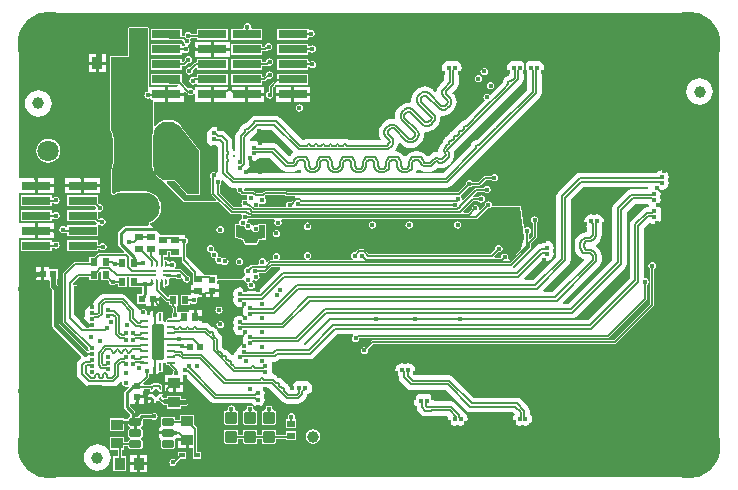
<source format=gbl>
G04*
G04 #@! TF.GenerationSoftware,Altium Limited,Altium Designer,19.1.8 (144)*
G04*
G04 Layer_Physical_Order=4*
G04 Layer_Color=16711680*
%FSLAX44Y44*%
%MOMM*%
G71*
G01*
G75*
%ADD17C,0.2540*%
%ADD18R,0.5500X0.6500*%
%ADD53C,0.1270*%
%ADD54C,0.1524*%
%ADD55C,0.1580*%
%ADD56C,1.0000*%
%ADD58C,0.3810*%
%ADD59C,0.2032*%
%ADD62C,0.5080*%
%ADD63C,5.3000*%
%ADD64C,5.5000*%
%ADD65O,1.9000X1.1000*%
%ADD66O,2.4000X1.1000*%
%ADD67C,1.3680*%
%ADD68R,1.3680X1.3680*%
%ADD69C,1.8000*%
%ADD70O,2.5000X4.5000*%
%ADD71O,2.5000X5.0000*%
%ADD72O,4.5000X2.5000*%
%ADD73C,0.4064*%
%ADD74C,0.5080*%
%ADD76R,2.4000X0.7600*%
G04:AMPARAMS|DCode=77|XSize=0.2mm|YSize=0.5mm|CornerRadius=0.05mm|HoleSize=0mm|Usage=FLASHONLY|Rotation=0.000|XOffset=0mm|YOffset=0mm|HoleType=Round|Shape=RoundedRectangle|*
%AMROUNDEDRECTD77*
21,1,0.2000,0.4000,0,0,0.0*
21,1,0.1000,0.5000,0,0,0.0*
1,1,0.1000,0.0500,-0.2000*
1,1,0.1000,-0.0500,-0.2000*
1,1,0.1000,-0.0500,0.2000*
1,1,0.1000,0.0500,0.2000*
%
%ADD77ROUNDEDRECTD77*%
G04:AMPARAMS|DCode=78|XSize=0.2mm|YSize=0.7mm|CornerRadius=0.05mm|HoleSize=0mm|Usage=FLASHONLY|Rotation=90.000|XOffset=0mm|YOffset=0mm|HoleType=Round|Shape=RoundedRectangle|*
%AMROUNDEDRECTD78*
21,1,0.2000,0.6000,0,0,90.0*
21,1,0.1000,0.7000,0,0,90.0*
1,1,0.1000,0.3000,0.0500*
1,1,0.1000,0.3000,-0.0500*
1,1,0.1000,-0.3000,-0.0500*
1,1,0.1000,-0.3000,0.0500*
%
%ADD78ROUNDEDRECTD78*%
G04:AMPARAMS|DCode=79|XSize=0.25mm|YSize=0.6mm|CornerRadius=0.025mm|HoleSize=0mm|Usage=FLASHONLY|Rotation=90.000|XOffset=0mm|YOffset=0mm|HoleType=Round|Shape=RoundedRectangle|*
%AMROUNDEDRECTD79*
21,1,0.2500,0.5500,0,0,90.0*
21,1,0.2000,0.6000,0,0,90.0*
1,1,0.0500,0.2750,0.1000*
1,1,0.0500,0.2750,-0.1000*
1,1,0.0500,-0.2750,-0.1000*
1,1,0.0500,-0.2750,0.1000*
%
%ADD79ROUNDEDRECTD79*%
G04:AMPARAMS|DCode=80|XSize=0.25mm|YSize=0.6mm|CornerRadius=0.025mm|HoleSize=0mm|Usage=FLASHONLY|Rotation=180.000|XOffset=0mm|YOffset=0mm|HoleType=Round|Shape=RoundedRectangle|*
%AMROUNDEDRECTD80*
21,1,0.2500,0.5500,0,0,180.0*
21,1,0.2000,0.6000,0,0,180.0*
1,1,0.0500,-0.1000,0.2750*
1,1,0.0500,0.1000,0.2750*
1,1,0.0500,0.1000,-0.2750*
1,1,0.0500,-0.1000,-0.2750*
%
%ADD80ROUNDEDRECTD80*%
G04:AMPARAMS|DCode=81|XSize=1mm|YSize=3mm|CornerRadius=0.05mm|HoleSize=0mm|Usage=FLASHONLY|Rotation=180.000|XOffset=0mm|YOffset=0mm|HoleType=Round|Shape=RoundedRectangle|*
%AMROUNDEDRECTD81*
21,1,1.0000,2.9000,0,0,180.0*
21,1,0.9000,3.0000,0,0,180.0*
1,1,0.1000,-0.4500,1.4500*
1,1,0.1000,0.4500,1.4500*
1,1,0.1000,0.4500,-1.4500*
1,1,0.1000,-0.4500,-1.4500*
%
%ADD81ROUNDEDRECTD81*%
G04:AMPARAMS|DCode=82|XSize=0.6mm|YSize=1mm|CornerRadius=0.051mm|HoleSize=0mm|Usage=FLASHONLY|Rotation=90.000|XOffset=0mm|YOffset=0mm|HoleType=Round|Shape=RoundedRectangle|*
%AMROUNDEDRECTD82*
21,1,0.6000,0.8980,0,0,90.0*
21,1,0.4980,1.0000,0,0,90.0*
1,1,0.1020,0.4490,0.2490*
1,1,0.1020,0.4490,-0.2490*
1,1,0.1020,-0.4490,-0.2490*
1,1,0.1020,-0.4490,0.2490*
%
%ADD82ROUNDEDRECTD82*%
%ADD83R,0.1500X0.1500*%
%ADD84R,0.1500X0.1500*%
%ADD85P,0.6788X4X90.0*%
%ADD86R,0.6500X0.5500*%
%ADD87R,0.9000X1.0000*%
%ADD88R,1.0000X0.9000*%
%ADD89R,0.4800X0.4000*%
%ADD90R,0.3600X0.3200*%
%ADD91R,0.6200X0.6200*%
%ADD92R,0.6200X0.6200*%
G36*
X575106Y395669D02*
X578413Y394782D01*
X581575Y393473D01*
X584540Y391761D01*
X587256Y389677D01*
X589677Y387256D01*
X591761Y384540D01*
X593472Y381575D01*
X594783Y378413D01*
X595669Y375106D01*
X596115Y371712D01*
X596115Y370000D01*
Y30000D01*
Y28288D01*
X595669Y24894D01*
X594783Y21587D01*
X593473Y18425D01*
X591761Y15460D01*
X589677Y12744D01*
X587256Y10323D01*
X584540Y8239D01*
X581575Y6528D01*
X578413Y5217D01*
X575106Y4331D01*
X571712Y3884D01*
X28288D01*
X24894Y4331D01*
X21587Y5217D01*
X18425Y6528D01*
X15460Y8239D01*
X12744Y10323D01*
X10323Y12744D01*
X8239Y15460D01*
X6528Y18425D01*
X5217Y21587D01*
X4331Y24894D01*
X3884Y28288D01*
Y30000D01*
Y204721D01*
X3960Y205960D01*
X5155Y205960D01*
X17230D01*
Y212300D01*
Y218640D01*
X5155D01*
X3960Y218640D01*
X3884Y219879D01*
Y242821D01*
X3960Y244060D01*
X5155Y244060D01*
X17230D01*
Y250400D01*
Y256740D01*
X5155D01*
X3960Y256740D01*
X3884Y257979D01*
Y370000D01*
Y371712D01*
X4331Y375106D01*
X5217Y378413D01*
X6528Y381575D01*
X8239Y384540D01*
X10323Y387256D01*
X12744Y389677D01*
X15460Y391761D01*
X18425Y393472D01*
X21587Y394783D01*
X24894Y395669D01*
X28288Y396115D01*
X30000Y396115D01*
X570000Y396115D01*
X571712D01*
X575106Y395669D01*
D02*
G37*
%LPC*%
G36*
X180516Y383216D02*
X154484D01*
Y379043D01*
X149368D01*
X149024Y379557D01*
X148016Y380230D01*
X146827Y380467D01*
X145638Y380230D01*
X144629Y379557D01*
X143956Y378549D01*
X143862Y378076D01*
X143355Y377226D01*
X142786Y377018D01*
X141516Y377597D01*
Y383216D01*
X115484D01*
Y373584D01*
X131502D01*
X131665Y373552D01*
X141962D01*
X142903Y372459D01*
X142892Y372406D01*
X143129Y371217D01*
X143802Y370209D01*
X144131Y369989D01*
X143872Y368689D01*
X143740Y368617D01*
X143511Y368571D01*
X142860Y368136D01*
X142776Y368091D01*
X141799Y368433D01*
X141516Y368649D01*
Y370516D01*
X115484D01*
Y360884D01*
X141516D01*
Y362751D01*
X141799Y362966D01*
X142786Y363313D01*
X143511Y362829D01*
X144700Y362592D01*
X145889Y362829D01*
X146897Y363503D01*
X147571Y364511D01*
X147808Y365700D01*
X147571Y366889D01*
X146897Y367897D01*
X146569Y368117D01*
X146837Y369465D01*
X147189Y369535D01*
X148197Y370209D01*
X148871Y371217D01*
X149108Y372406D01*
X148871Y373596D01*
X149024Y375162D01*
X149368Y375676D01*
X154484D01*
Y373584D01*
X180516D01*
Y383216D01*
D02*
G37*
G36*
X248516D02*
X222484D01*
Y373584D01*
X248516D01*
Y375466D01*
X249786Y376145D01*
X249811Y376129D01*
X251000Y375892D01*
X252189Y376129D01*
X253197Y376802D01*
X253871Y377811D01*
X254108Y379000D01*
X253871Y380189D01*
X253197Y381198D01*
X252189Y381871D01*
X251000Y382108D01*
X249811Y381871D01*
X249786Y381855D01*
X248516Y382533D01*
Y383216D01*
D02*
G37*
G36*
X197000Y388108D02*
X195811Y387871D01*
X194802Y387197D01*
X194129Y386189D01*
X193892Y385000D01*
X193995Y384486D01*
X193115Y383216D01*
X183484D01*
Y373584D01*
X209516D01*
Y383216D01*
X200885D01*
X200005Y384486D01*
X200108Y385000D01*
X199871Y386189D01*
X199198Y387197D01*
X198189Y387871D01*
X197000Y388108D01*
D02*
G37*
G36*
X215000Y371108D02*
X213811Y370871D01*
X212803Y370197D01*
X212129Y369189D01*
X211892Y368000D01*
X210745Y367383D01*
X209516D01*
Y370516D01*
X183484D01*
Y360884D01*
X209516D01*
Y364017D01*
X212351D01*
X212995Y364145D01*
X213541Y364510D01*
X214102Y365071D01*
X215000Y364892D01*
X216189Y365129D01*
X217197Y365802D01*
X217871Y366811D01*
X218108Y368000D01*
X217871Y369189D01*
X217197Y370197D01*
X216189Y370871D01*
X215000Y371108D01*
D02*
G37*
G36*
X182040Y372040D02*
X168770D01*
Y366970D01*
X182040D01*
Y372040D01*
D02*
G37*
G36*
X166230D02*
X152960D01*
Y366970D01*
X166230D01*
Y372040D01*
D02*
G37*
G36*
X248516Y370516D02*
X222484D01*
Y360884D01*
X248516D01*
Y363751D01*
X249786Y363827D01*
X249802Y363802D01*
X250811Y363129D01*
X252000Y362892D01*
X253189Y363129D01*
X254198Y363802D01*
X254871Y364811D01*
X255108Y366000D01*
X254871Y367189D01*
X254198Y368198D01*
X253189Y368871D01*
X252000Y369108D01*
X250811Y368871D01*
X249802Y368198D01*
X249786Y368173D01*
X248516Y368558D01*
Y370516D01*
D02*
G37*
G36*
X182040Y364430D02*
X168770D01*
Y359360D01*
X182040D01*
Y364430D01*
D02*
G37*
G36*
X166230D02*
X152960D01*
Y359360D01*
X166230D01*
Y364430D01*
D02*
G37*
G36*
X77040Y361540D02*
X71270D01*
Y355270D01*
X77040D01*
Y361540D01*
D02*
G37*
G36*
X68730D02*
X62960D01*
Y355270D01*
X68730D01*
Y361540D01*
D02*
G37*
G36*
X147000Y360108D02*
X145811Y359871D01*
X144803Y359198D01*
X144129Y358189D01*
X143892Y357000D01*
X144013Y356394D01*
X142786Y355167D01*
X141516Y355693D01*
Y357816D01*
X115484D01*
Y348184D01*
X141516D01*
Y351317D01*
X143000D01*
X143644Y351445D01*
X144190Y351810D01*
X146393Y354013D01*
X147000Y353892D01*
X148189Y354129D01*
X149198Y354803D01*
X149871Y355811D01*
X150108Y357000D01*
X149871Y358189D01*
X149198Y359198D01*
X148189Y359871D01*
X147000Y360108D01*
D02*
G37*
G36*
X216000Y358108D02*
X214811Y357871D01*
X213803Y357197D01*
X213129Y356189D01*
X212892Y355000D01*
X211662Y354683D01*
X209516D01*
Y357816D01*
X183484D01*
Y348184D01*
X209516D01*
Y351317D01*
X213351D01*
X213995Y351445D01*
X214541Y351810D01*
X214852Y352121D01*
X216000Y351892D01*
X217189Y352129D01*
X218197Y352803D01*
X218871Y353811D01*
X219108Y355000D01*
X218871Y356189D01*
X218197Y357197D01*
X217189Y357871D01*
X216000Y358108D01*
D02*
G37*
G36*
X180516Y357816D02*
X154484D01*
Y354683D01*
X153500D01*
X152856Y354555D01*
X152310Y354190D01*
X148607Y350487D01*
X148000Y350608D01*
X146811Y350371D01*
X145802Y349697D01*
X145129Y348689D01*
X144892Y347500D01*
X145129Y346311D01*
X145802Y345303D01*
X146811Y344629D01*
X148000Y344392D01*
X149189Y344629D01*
X150197Y345303D01*
X150871Y346311D01*
X151108Y347500D01*
X150987Y348106D01*
X153214Y350333D01*
X154484Y349807D01*
Y348184D01*
X180516D01*
Y357816D01*
D02*
G37*
G36*
X248516D02*
X222484D01*
Y348184D01*
X248516D01*
Y350442D01*
X249786Y350827D01*
X249802Y350802D01*
X250811Y350129D01*
X252000Y349892D01*
X253189Y350129D01*
X254198Y350802D01*
X254871Y351811D01*
X255108Y353000D01*
X254871Y354189D01*
X254198Y355197D01*
X253189Y355871D01*
X252000Y356108D01*
X250811Y355871D01*
X249802Y355197D01*
X249786Y355173D01*
X248516Y355558D01*
Y357816D01*
D02*
G37*
G36*
X77040Y352730D02*
X71270D01*
Y346460D01*
X77040D01*
Y352730D01*
D02*
G37*
G36*
X68730D02*
X62960D01*
Y346460D01*
X68730D01*
Y352730D01*
D02*
G37*
G36*
X397510Y350326D02*
X396321Y350089D01*
X395312Y349416D01*
X394639Y348407D01*
X394402Y347218D01*
X394639Y346029D01*
X395312Y345020D01*
X396321Y344347D01*
X397510Y344110D01*
X398699Y344347D01*
X399707Y345020D01*
X400381Y346029D01*
X400618Y347218D01*
X400381Y348407D01*
X399707Y349416D01*
X398699Y350089D01*
X397510Y350326D01*
D02*
G37*
G36*
X216000Y347108D02*
X214811Y346871D01*
X213803Y346198D01*
X213129Y345189D01*
X212960Y344341D01*
X210786Y342167D01*
X209516Y342426D01*
Y345116D01*
X183484D01*
Y335484D01*
X209516D01*
Y338617D01*
X211300D01*
X211944Y338745D01*
X212490Y339110D01*
X214630Y341250D01*
X214811Y341129D01*
X216000Y340892D01*
X217189Y341129D01*
X218197Y341802D01*
X218871Y342811D01*
X219108Y344000D01*
X218871Y345189D01*
X218197Y346198D01*
X217189Y346871D01*
X216000Y347108D01*
D02*
G37*
G36*
X180516Y345116D02*
X154484D01*
Y341983D01*
X151744D01*
X151683Y341971D01*
X151000Y342107D01*
X149810Y341870D01*
X148802Y341197D01*
X148128Y340189D01*
X147892Y338999D01*
X148128Y337810D01*
X148802Y336802D01*
X149810Y336128D01*
X151000Y335892D01*
X152189Y336128D01*
X153197Y336802D01*
X153214Y336827D01*
X154484Y336442D01*
Y335484D01*
X180516D01*
Y345116D01*
D02*
G37*
G36*
X392500Y343906D02*
X391311Y343669D01*
X390303Y342995D01*
X389629Y341987D01*
X389392Y340798D01*
X389629Y339609D01*
X390303Y338601D01*
X391311Y337927D01*
X392500Y337690D01*
X393689Y337927D01*
X394697Y338601D01*
X395371Y339609D01*
X395608Y340798D01*
X395371Y341987D01*
X394697Y342995D01*
X393689Y343669D01*
X392500Y343906D01*
D02*
G37*
G36*
X248516Y345116D02*
X222484D01*
Y341022D01*
X222339D01*
X221695Y340894D01*
X221149Y340529D01*
X215810Y335190D01*
X215445Y334644D01*
X215317Y334000D01*
Y330236D01*
X215174Y330022D01*
X215158Y329940D01*
X214811Y329871D01*
X213803Y329198D01*
X213129Y328189D01*
X212892Y327000D01*
X213129Y325811D01*
X213803Y324803D01*
X214811Y324129D01*
X216000Y323892D01*
X217189Y324129D01*
X218197Y324803D01*
X218871Y325811D01*
X219108Y327000D01*
X218871Y328189D01*
X218441Y328834D01*
X218555Y329005D01*
X218683Y329649D01*
Y333303D01*
X219951Y334571D01*
X220960Y333783D01*
X220960Y332735D01*
Y328870D01*
X234230D01*
Y333940D01*
X222220D01*
X221117Y333940D01*
X220329Y334949D01*
X221339Y335958D01*
X222484Y335484D01*
Y335484D01*
X248516D01*
Y345116D01*
D02*
G37*
G36*
X402999Y338107D02*
X401810Y337870D01*
X400802Y337197D01*
X400128Y336189D01*
X399892Y334999D01*
X400128Y333810D01*
X400802Y332802D01*
X401810Y332128D01*
X402999Y331892D01*
X404188Y332128D01*
X405197Y332802D01*
X405870Y333810D01*
X406107Y334999D01*
X405870Y336189D01*
X405197Y337197D01*
X404188Y337870D01*
X402999Y338107D01*
D02*
G37*
G36*
X236770Y333940D02*
Y328870D01*
X250040D01*
Y333940D01*
X236770D01*
D02*
G37*
G36*
X211040D02*
X197770D01*
Y328870D01*
X211040D01*
Y333940D01*
D02*
G37*
G36*
X250040Y326330D02*
X236770D01*
Y321260D01*
X250040D01*
Y326330D01*
D02*
G37*
G36*
X234230D02*
X220960D01*
Y321260D01*
X234230D01*
Y326330D01*
D02*
G37*
G36*
X211040D02*
X197770D01*
Y321260D01*
X211040D01*
Y326330D01*
D02*
G37*
G36*
X195230Y333940D02*
X168770D01*
Y327600D01*
Y321260D01*
X195230D01*
Y327600D01*
Y333940D01*
D02*
G37*
G36*
X141516Y345116D02*
X115484D01*
Y335484D01*
X131502D01*
X131665Y335452D01*
X138272D01*
X138433Y335210D01*
X137754Y333940D01*
X129770D01*
Y328870D01*
X143040D01*
Y329920D01*
X144213Y330406D01*
X145810Y328810D01*
X146356Y328445D01*
X146376Y328441D01*
X146803Y327803D01*
X147811Y327129D01*
X149000Y326892D01*
X150189Y327129D01*
X151198Y327803D01*
X151690Y328540D01*
X152960Y328270D01*
Y321260D01*
X166230D01*
Y327600D01*
Y333940D01*
X152960D01*
Y331730D01*
X151690Y331460D01*
X151198Y332197D01*
X150189Y332871D01*
X149000Y333108D01*
X147811Y332871D01*
X147031Y332350D01*
X141516Y337865D01*
Y345116D01*
D02*
G37*
G36*
X143040Y326330D02*
X129770D01*
Y321260D01*
X143040D01*
Y326330D01*
D02*
G37*
G36*
X580000Y341237D02*
X577092Y340854D01*
X574381Y339732D01*
X572054Y337946D01*
X570268Y335619D01*
X569146Y332908D01*
X568763Y330000D01*
X569146Y327092D01*
X570268Y324381D01*
X572054Y322054D01*
X574381Y320268D01*
X577092Y319146D01*
X580000Y318763D01*
X582908Y319146D01*
X585619Y320268D01*
X587946Y322054D01*
X589732Y324381D01*
X590854Y327092D01*
X591237Y330000D01*
X590854Y332908D01*
X589732Y335619D01*
X587946Y337946D01*
X585619Y339732D01*
X582908Y340854D01*
X580000Y341237D01*
D02*
G37*
G36*
X241000Y319108D02*
X239811Y318871D01*
X238803Y318197D01*
X238129Y317189D01*
X237892Y316000D01*
X238129Y314811D01*
X238803Y313803D01*
X239811Y313129D01*
X241000Y312892D01*
X242189Y313129D01*
X243197Y313803D01*
X243871Y314811D01*
X244108Y316000D01*
X243871Y317189D01*
X243197Y318197D01*
X242189Y318871D01*
X241000Y319108D01*
D02*
G37*
G36*
X20000Y331237D02*
X17092Y330854D01*
X14381Y329732D01*
X12054Y327946D01*
X10268Y325619D01*
X9146Y322908D01*
X8763Y320000D01*
X9146Y317092D01*
X10268Y314381D01*
X12054Y312054D01*
X14381Y310268D01*
X17092Y309146D01*
X20000Y308763D01*
X22908Y309146D01*
X25619Y310268D01*
X27946Y312054D01*
X29732Y314381D01*
X30854Y317092D01*
X31237Y320000D01*
X30854Y322908D01*
X29732Y325619D01*
X27946Y327946D01*
X25619Y329732D01*
X22908Y330854D01*
X20000Y331237D01*
D02*
G37*
G36*
X28500Y290102D02*
X25885Y289758D01*
X23449Y288749D01*
X21356Y287143D01*
X19751Y285051D01*
X18742Y282615D01*
X18398Y280000D01*
X18742Y277385D01*
X19751Y274949D01*
X21356Y272857D01*
X23449Y271251D01*
X25885Y270242D01*
X28500Y269898D01*
X31115Y270242D01*
X33551Y271251D01*
X35643Y272857D01*
X37249Y274949D01*
X38258Y277385D01*
X38602Y280000D01*
X38258Y282615D01*
X37249Y285051D01*
X35643Y287143D01*
X33551Y288749D01*
X31115Y289758D01*
X28500Y290102D01*
D02*
G37*
G36*
X72040Y256740D02*
X58770D01*
Y251670D01*
X72040D01*
Y256740D01*
D02*
G37*
G36*
X19770D02*
Y251670D01*
X33040D01*
Y256740D01*
X19770D01*
D02*
G37*
G36*
X56230D02*
X42960D01*
Y251670D01*
X56230D01*
Y256740D01*
D02*
G37*
G36*
X112924Y384524D02*
X97076D01*
X96299Y384201D01*
X95976Y383424D01*
Y360100D01*
X81500D01*
X81298Y360016D01*
X80484D01*
Y359202D01*
X80400Y359000D01*
Y297541D01*
X80536Y297214D01*
X80627Y296872D01*
X81096Y296262D01*
X82347Y293241D01*
X82783Y289928D01*
Y270072D01*
X82347Y266759D01*
X81734Y265280D01*
Y265061D01*
X81650Y264859D01*
Y244256D01*
X81692Y244156D01*
X81670Y244050D01*
X81848Y243778D01*
X81972Y243478D01*
X82072Y243437D01*
X82132Y243346D01*
X83125Y242671D01*
X83239Y242647D01*
X83322Y242565D01*
X83639D01*
X83949Y242500D01*
X84047Y242565D01*
X84164D01*
X87259Y243847D01*
X90572Y244283D01*
X110428D01*
X113741Y243847D01*
X116762Y242596D01*
X119355Y240605D01*
X121346Y238012D01*
X122597Y234991D01*
X123023Y231750D01*
X122597Y228509D01*
X121346Y225488D01*
X119355Y222895D01*
X116762Y220904D01*
X114389Y219921D01*
X114316Y219849D01*
X114214Y219830D01*
X114026Y219559D01*
X113793Y219326D01*
Y219223D01*
X113735Y219138D01*
X113410Y217642D01*
X113418Y217601D01*
X113419Y217508D01*
X113386Y217432D01*
X112831Y216607D01*
X112481Y216335D01*
X112469Y216331D01*
X94000D01*
X93108Y216153D01*
X92352Y215648D01*
X88352Y211648D01*
X87847Y210892D01*
X87669Y210000D01*
Y201000D01*
X87847Y200108D01*
X88352Y199352D01*
X92849Y194854D01*
X92323Y193584D01*
X71401D01*
X70757Y193456D01*
X70211Y193091D01*
X67387Y190268D01*
X67386Y190266D01*
X63234D01*
Y186068D01*
X51385D01*
X50741Y185940D01*
X50195Y185575D01*
X41524Y176904D01*
X41159Y176358D01*
X41031Y175714D01*
Y135086D01*
X41159Y134442D01*
X41524Y133896D01*
X62291Y113128D01*
X62170Y112522D01*
X62407Y111333D01*
X62684Y110917D01*
X62746Y110754D01*
X62486Y110354D01*
X61001Y110211D01*
X37776Y133436D01*
Y162671D01*
X37906Y163322D01*
X37669Y164511D01*
X36995Y165520D01*
X36555Y165814D01*
X35672Y166697D01*
Y171652D01*
X36810D01*
Y179884D01*
X29334D01*
Y181408D01*
X24964D01*
Y175768D01*
Y170128D01*
X29334D01*
X29716Y169016D01*
Y165463D01*
X29943Y164323D01*
X30588Y163357D01*
X31820Y162125D01*
Y132202D01*
X32046Y131062D01*
X32692Y130096D01*
X56606Y106182D01*
X56547Y104616D01*
X54099Y102168D01*
X53082Y100646D01*
X52725Y98851D01*
Y90962D01*
X53082Y89167D01*
X54099Y87646D01*
X60061Y81684D01*
X61583Y80667D01*
X63378Y80310D01*
X83674D01*
X85469Y80667D01*
X86991Y81684D01*
X89831Y84523D01*
X91001Y83898D01*
X90892Y83350D01*
X91129Y82161D01*
X91803Y81152D01*
X92811Y80479D01*
X94000Y80242D01*
X95189Y80479D01*
X95584Y80742D01*
X95784Y80876D01*
X96590Y79894D01*
X96558Y79854D01*
X93352Y76648D01*
X92847Y75892D01*
X92669Y75000D01*
Y63000D01*
X92847Y62108D01*
X93352Y61352D01*
X97612Y57092D01*
Y54580D01*
X96592Y54158D01*
X96108Y52990D01*
Y52831D01*
X93016D01*
Y53516D01*
X80984D01*
Y42484D01*
X93016D01*
Y48169D01*
X96108D01*
Y48010D01*
X96592Y46842D01*
X97760Y46358D01*
Y45142D01*
X96592Y44658D01*
X96108Y43490D01*
Y38510D01*
X96592Y37342D01*
X97760Y36858D01*
Y35642D01*
X96592Y35158D01*
X96108Y33990D01*
Y33183D01*
X93016D01*
Y37516D01*
X80984D01*
Y26484D01*
X87317D01*
Y21016D01*
X83484D01*
Y8984D01*
X94516D01*
Y21016D01*
X90683D01*
Y26484D01*
X93016D01*
Y29817D01*
X96108D01*
Y29010D01*
X96592Y27842D01*
X97760Y27358D01*
X106740D01*
X107908Y27842D01*
X108392Y29010D01*
Y33990D01*
X107908Y35158D01*
X106740Y35642D01*
Y36858D01*
X107908Y37342D01*
X108392Y38510D01*
Y43490D01*
X107908Y44658D01*
X106740Y45142D01*
Y46358D01*
X107908Y46842D01*
X108392Y48010D01*
Y52345D01*
X108715Y52669D01*
X116002D01*
X116811Y52129D01*
X118000Y51892D01*
X119189Y52129D01*
X120197Y52803D01*
X120871Y53811D01*
X121108Y55000D01*
X120871Y56189D01*
X120197Y57197D01*
X119189Y57871D01*
X118000Y58108D01*
X116811Y57871D01*
X116002Y57331D01*
X107750D01*
X106858Y57153D01*
X106102Y56648D01*
X104332Y54878D01*
X104174Y54642D01*
X102274D01*
Y58057D01*
X102096Y58949D01*
X101591Y59705D01*
X97331Y63966D01*
Y64792D01*
X98060Y65760D01*
X102430D01*
Y71400D01*
X103700D01*
Y72670D01*
X109340D01*
Y77040D01*
X109340D01*
X109637Y78187D01*
X114300D01*
Y77400D01*
X114568Y76754D01*
X112714Y74900D01*
X113524Y74090D01*
X113110Y73090D01*
X113110D01*
Y71070D01*
X115400D01*
Y72400D01*
X115700D01*
X117500Y70600D01*
Y69800D01*
X117670D01*
Y66510D01*
X119690D01*
Y66718D01*
X119700Y67914D01*
X120928Y68016D01*
X121123Y68022D01*
X121900Y67700D01*
X122719D01*
X123929Y66490D01*
X124475Y66125D01*
X125111Y65999D01*
X125394Y65575D01*
X126360Y64929D01*
X127500Y64702D01*
X128984D01*
Y61484D01*
X141016D01*
Y64022D01*
X143349D01*
X144000Y63892D01*
X145189Y64129D01*
X146198Y64802D01*
X146871Y65811D01*
X147108Y67000D01*
X146871Y68189D01*
X146198Y69198D01*
X145189Y69871D01*
X144000Y70108D01*
X143349Y69978D01*
X141016D01*
Y72516D01*
X128984D01*
Y70659D01*
X127500D01*
X126360Y70432D01*
X125100Y71117D01*
Y72400D01*
X124832Y73046D01*
X126686Y74900D01*
X124832Y76754D01*
X125100Y77400D01*
Y81000D01*
X124778Y81778D01*
X124000Y82100D01*
X123464D01*
X123282Y82282D01*
X122694Y82675D01*
X122000Y82813D01*
X117400D01*
X116706Y82675D01*
X116118Y82282D01*
X115936Y82100D01*
X115400D01*
X114707Y81813D01*
X109473D01*
X108947Y83083D01*
X113282Y87418D01*
X113675Y88006D01*
X113813Y88700D01*
Y90546D01*
X114198Y90802D01*
X114392Y91094D01*
X115326Y91643D01*
X116004Y91394D01*
X116412Y91122D01*
X117230Y90959D01*
Y96500D01*
X119770D01*
Y90959D01*
X120589Y91122D01*
X121512Y91739D01*
X122061Y92562D01*
X122500Y92380D01*
X124500D01*
X125469Y92781D01*
X125870Y93750D01*
Y99250D01*
X126672Y100634D01*
X126686Y100637D01*
X127274Y101029D01*
X128380Y100422D01*
Y99500D01*
X128781Y98531D01*
X129750Y98130D01*
X130890D01*
X130945Y97855D01*
X131310Y97309D01*
X134650Y93969D01*
X134129Y93189D01*
X133892Y92000D01*
X134030Y91310D01*
X133233Y90040D01*
X127460D01*
Y84270D01*
X135000D01*
X142540D01*
Y87618D01*
X143522Y88424D01*
X144269Y88275D01*
X145141Y88448D01*
X166092Y67497D01*
X167614Y66480D01*
X169409Y66123D01*
X201047D01*
X201788Y65013D01*
X203720Y63722D01*
X206000Y63269D01*
X208279Y63722D01*
X210212Y65013D01*
X211503Y66946D01*
X211956Y69225D01*
X211503Y71505D01*
X211097Y72113D01*
X211503Y72720D01*
X211956Y75000D01*
X211503Y77279D01*
X211354Y77502D01*
X211953Y78622D01*
X215745D01*
X227282Y67085D01*
X228803Y66069D01*
X230598Y65712D01*
X240076D01*
X241871Y66069D01*
X243393Y67085D01*
X246915Y70607D01*
X247931Y72129D01*
X248202Y73491D01*
X248232Y73497D01*
X250165Y74788D01*
X251456Y76721D01*
X251910Y79000D01*
X251456Y81279D01*
X250165Y83212D01*
X248232Y84503D01*
X245953Y84957D01*
X243674Y84503D01*
X243477Y84371D01*
X243279Y84503D01*
X241000Y84957D01*
X238721Y84503D01*
X236788Y83212D01*
X235497Y81279D01*
X235044Y79000D01*
X234072Y78112D01*
X233629Y78075D01*
X233232Y78200D01*
X232987Y79433D01*
X231725Y81320D01*
X231725Y81320D01*
X231055Y81991D01*
X231055Y81991D01*
X229167Y83252D01*
X228624Y83360D01*
X228517Y83903D01*
X227424Y85538D01*
X227255Y85791D01*
X227255D01*
X226585Y86461D01*
Y86461D01*
X226333Y86629D01*
X224697Y87722D01*
X223309Y87998D01*
X222081Y89227D01*
X220559Y90244D01*
X219233Y90507D01*
X218171Y91679D01*
X218300Y92329D01*
X217847Y94608D01*
X217715Y94805D01*
X217847Y95003D01*
X218300Y97282D01*
X217847Y99562D01*
X217535Y100028D01*
X218134Y101148D01*
X220114D01*
X221898Y101503D01*
X223411Y102514D01*
X224335Y103438D01*
X250085D01*
X251869Y103793D01*
X253382Y104803D01*
X273016Y124438D01*
X286081D01*
X286456Y123356D01*
X286491Y123168D01*
X285837Y122189D01*
X285600Y121000D01*
X285837Y119811D01*
X286511Y118803D01*
X287519Y118129D01*
X288708Y117892D01*
X289897Y118129D01*
X290905Y118803D01*
X291579Y119811D01*
X291816Y121000D01*
X292076Y121317D01*
X502000D01*
X502644Y121445D01*
X503190Y121810D01*
X534844Y153464D01*
X535209Y154010D01*
X535337Y154654D01*
Y166369D01*
X535852Y166712D01*
X536525Y167721D01*
X536762Y168910D01*
X536525Y170099D01*
X535852Y171108D01*
X534843Y171781D01*
X533654Y172018D01*
X532834Y172691D01*
Y214330D01*
X537614Y219109D01*
X539249Y218017D01*
X541528Y217564D01*
X543807Y218017D01*
X545740Y219308D01*
X547031Y221241D01*
X547485Y223520D01*
X547031Y225800D01*
X546899Y225996D01*
X547031Y226194D01*
X547485Y228473D01*
X547031Y230753D01*
X545740Y232685D01*
X545359Y232939D01*
Y234209D01*
X545486Y234294D01*
X546777Y236227D01*
X547230Y238506D01*
X546777Y240786D01*
X546645Y240982D01*
X546777Y241180D01*
X547230Y243459D01*
X546804Y245604D01*
X547506Y246759D01*
X548000Y246661D01*
X550280Y247115D01*
X552212Y248406D01*
X553503Y250338D01*
X553956Y252617D01*
X553503Y254897D01*
X553371Y255094D01*
X553503Y255291D01*
X553956Y257570D01*
X553503Y259850D01*
X552212Y261782D01*
X550280Y263074D01*
X548000Y263527D01*
X545721Y263074D01*
X543788Y261782D01*
X543403Y261206D01*
X478442D01*
X476658Y260851D01*
X475146Y259841D01*
X459803Y244498D01*
X458793Y242985D01*
X458438Y241201D01*
Y190132D01*
X438967Y170662D01*
X432015D01*
X431530Y171835D01*
X447413Y187718D01*
X448317Y187115D01*
X450596Y186661D01*
X452875Y187115D01*
X454808Y188406D01*
X456099Y190338D01*
X456553Y192617D01*
X456099Y194897D01*
X455967Y195094D01*
X456099Y195291D01*
X456553Y197570D01*
X456099Y199850D01*
X454808Y201782D01*
X452875Y203074D01*
X450596Y203527D01*
X448317Y203074D01*
X446384Y201782D01*
X445999Y201206D01*
X445544D01*
X443760Y200851D01*
X442248Y199841D01*
X423147Y180740D01*
X422011Y180855D01*
X421630Y182016D01*
X436937Y197324D01*
X437302Y197870D01*
X437430Y198514D01*
Y201370D01*
X441626Y205566D01*
X441991Y206112D01*
X442119Y206756D01*
Y218693D01*
X442634Y219037D01*
X443307Y220045D01*
X443544Y221234D01*
X443307Y222423D01*
X442634Y223431D01*
X441625Y224105D01*
X440436Y224342D01*
X439247Y224105D01*
X438238Y223431D01*
X437565Y222423D01*
X437328Y221234D01*
X437565Y220045D01*
X438238Y219037D01*
X438753Y218693D01*
Y207453D01*
X436318Y205018D01*
X435145Y205504D01*
Y209193D01*
X435275Y209219D01*
X436283Y209893D01*
X436957Y210901D01*
X437194Y212090D01*
X436957Y213279D01*
X436283Y214287D01*
X435275Y214961D01*
X434086Y215198D01*
X432897Y214961D01*
X432391Y214623D01*
X431052Y215147D01*
X429092Y232126D01*
X428916Y232443D01*
X428778Y232778D01*
X428716Y232803D01*
X428683Y232862D01*
X428335Y232961D01*
X428000Y233100D01*
X404847D01*
X404108Y234000D01*
X403871Y235189D01*
X403198Y236197D01*
X402189Y236871D01*
X401000Y237108D01*
X399811Y236871D01*
X398802Y236197D01*
X398129Y235189D01*
X397892Y234000D01*
X398013Y233393D01*
X393985Y229365D01*
X392930Y230107D01*
X393108Y231000D01*
X392871Y232189D01*
X392197Y233197D01*
X391189Y233871D01*
X390000Y234108D01*
X388811Y233871D01*
X387803Y233197D01*
X387129Y232189D01*
X386892Y231000D01*
X387013Y230394D01*
X384048Y227428D01*
X380468D01*
X379982Y228602D01*
X388697Y237317D01*
X392459D01*
X392803Y236803D01*
X393811Y236129D01*
X395000Y235892D01*
X396189Y236129D01*
X397197Y236803D01*
X397871Y237811D01*
X398108Y239000D01*
X397871Y240189D01*
X397197Y241197D01*
X396189Y241871D01*
X395000Y242108D01*
X393811Y241871D01*
X392803Y241197D01*
X392459Y240683D01*
X388860D01*
X388334Y241953D01*
X391697Y245317D01*
X397459D01*
X397803Y244802D01*
X398811Y244129D01*
X400000Y243892D01*
X401189Y244129D01*
X402197Y244802D01*
X402871Y245811D01*
X403108Y247000D01*
X402871Y248189D01*
X402197Y249198D01*
X401189Y249871D01*
X400000Y250108D01*
X398811Y249871D01*
X397803Y249198D01*
X397459Y248683D01*
X391000D01*
X390356Y248555D01*
X389810Y248190D01*
X380031Y238412D01*
X379445Y238540D01*
X378743Y238920D01*
X378554Y239872D01*
X377880Y240881D01*
X377825Y242445D01*
X384394Y249013D01*
X385000Y248892D01*
X386189Y249129D01*
X387197Y249802D01*
X387541Y250317D01*
X393478D01*
X394122Y250445D01*
X394668Y250810D01*
X399175Y255317D01*
X403459D01*
X403802Y254802D01*
X404811Y254129D01*
X406000Y253892D01*
X407189Y254129D01*
X408198Y254802D01*
X408871Y255811D01*
X409108Y257000D01*
X408871Y258189D01*
X408198Y259198D01*
X407189Y259871D01*
X406000Y260108D01*
X404811Y259871D01*
X403802Y259198D01*
X403459Y258683D01*
X398478D01*
X397834Y258555D01*
X397288Y258190D01*
X392781Y253683D01*
X387541D01*
X387197Y254198D01*
X386189Y254871D01*
X385000Y255108D01*
X383811Y254871D01*
X382803Y254198D01*
X382129Y253189D01*
X381892Y252000D01*
X382013Y251394D01*
X375303Y244683D01*
X230906D01*
X230716Y244873D01*
X230170Y245238D01*
X229526Y245366D01*
X211683D01*
X211039Y245238D01*
X210493Y244873D01*
X209303Y243683D01*
X204659D01*
X203152Y245190D01*
X202606Y245555D01*
X201962Y245683D01*
X195140D01*
X194098Y246953D01*
X194107Y246999D01*
X194074Y247168D01*
X195116Y248438D01*
X366099D01*
X367883Y248793D01*
X369395Y249803D01*
X444747Y325154D01*
X445757Y326666D01*
X446112Y328450D01*
Y345403D01*
X446688Y345788D01*
X447980Y347721D01*
X448433Y350000D01*
X447980Y352280D01*
X446688Y354212D01*
X444756Y355503D01*
X442477Y355956D01*
X440197Y355503D01*
X440000Y355371D01*
X439803Y355503D01*
X437523Y355956D01*
X435244Y355503D01*
X433312Y354212D01*
X433139Y353954D01*
X431869D01*
X431688Y354224D01*
X429756Y355515D01*
X427477Y355969D01*
X425197Y355515D01*
X425000Y355383D01*
X424803Y355515D01*
X422523Y355969D01*
X420244Y355515D01*
X418312Y354224D01*
X417020Y352291D01*
X416567Y350012D01*
X417020Y347733D01*
X418312Y345800D01*
X418888Y345415D01*
Y343583D01*
X418725Y343419D01*
X417219Y343120D01*
X415632Y342060D01*
X415353Y341874D01*
Y341874D01*
X414707Y341227D01*
X414707D01*
X414521Y340948D01*
X413461Y339362D01*
X413161Y337855D01*
X411153Y335847D01*
X411153Y335847D01*
X402475Y327169D01*
X402197Y327197D01*
X401189Y327870D01*
X399999Y328107D01*
X398810Y327870D01*
X397802Y327197D01*
X397128Y326189D01*
X396892Y324999D01*
X397128Y323810D01*
X397802Y322802D01*
X397829Y322524D01*
X391704Y316398D01*
X391704Y316398D01*
X381022Y305716D01*
X379515Y305417D01*
X377928Y304356D01*
X377650Y304170D01*
Y304170D01*
X377003Y303524D01*
X377003D01*
X376817Y303245D01*
X375757Y301658D01*
X375666Y301198D01*
X375205Y301106D01*
X373618Y300046D01*
X373340Y299860D01*
X373339Y299860D01*
X372696Y299216D01*
X372693Y299213D01*
X372693Y299213D01*
X371447Y297348D01*
X371355Y296887D01*
X370894Y296796D01*
X369307Y295735D01*
X369029Y295549D01*
X369029Y295549D01*
X368385Y294905D01*
X368382Y294903D01*
X368382Y294903D01*
X367136Y293037D01*
X367044Y292577D01*
X366584Y292485D01*
X364997Y291425D01*
X364718Y291239D01*
X364718Y291239D01*
X364075Y290595D01*
X364072Y290592D01*
X364072Y290592D01*
X362826Y288727D01*
X362526Y287221D01*
X361017Y285711D01*
X360821Y285418D01*
X359801Y284089D01*
X359027Y282219D01*
X358762Y280213D01*
X358854Y279518D01*
X357956Y278620D01*
X357261Y278711D01*
X355255Y278447D01*
X353385Y277673D01*
X352056Y276653D01*
X351762Y276457D01*
X350847Y275542D01*
X349162Y275652D01*
X348380Y276671D01*
X346409Y278184D01*
X344113Y279135D01*
X341770Y279443D01*
X341649Y279467D01*
X338721D01*
X338601Y279443D01*
X336258Y279135D01*
X333962Y278184D01*
X331990Y276671D01*
X331227Y275676D01*
X329626D01*
X328863Y276671D01*
X326891Y278184D01*
X324595Y279135D01*
X322764Y279376D01*
X322284Y280573D01*
X322287Y280694D01*
X322420Y280827D01*
X322488Y280930D01*
X323927Y282805D01*
X324878Y285100D01*
X325048Y286391D01*
X326389Y286846D01*
X328400Y284835D01*
X328502Y284766D01*
X330377Y283328D01*
X332673Y282377D01*
X335137Y282053D01*
X337600Y282377D01*
X339896Y283328D01*
X341771Y284767D01*
X341874Y284835D01*
X341874Y284835D01*
Y284835D01*
X343944Y286905D01*
X344012Y287008D01*
X345451Y288882D01*
X346402Y291178D01*
X346710Y293521D01*
X346734Y293642D01*
X346710Y293763D01*
X346562Y294885D01*
X347694Y296017D01*
X348937Y295854D01*
X351401Y296178D01*
X353697Y297129D01*
X355572Y298568D01*
X355674Y298636D01*
X357744Y300706D01*
X357813Y300808D01*
X359252Y302683D01*
X360202Y304979D01*
X360511Y307322D01*
X360535Y307443D01*
X360511Y307564D01*
X360363Y308686D01*
X361495Y309818D01*
X362738Y309654D01*
X365202Y309979D01*
X367498Y310930D01*
X369373Y312368D01*
X369475Y312437D01*
X371545Y314507D01*
X371614Y314609D01*
X373052Y316484D01*
X374003Y318780D01*
X374312Y321123D01*
X374336Y321244D01*
X374312Y321365D01*
X374003Y323708D01*
X373052Y326003D01*
X371614Y327878D01*
X371545Y327981D01*
X370559Y328967D01*
X374747Y333154D01*
X375757Y334666D01*
X376112Y336450D01*
Y345415D01*
X376688Y345800D01*
X377980Y347733D01*
X378433Y350012D01*
X377980Y352291D01*
X376688Y354224D01*
X374756Y355515D01*
X372477Y355969D01*
X370197Y355515D01*
X370000Y355383D01*
X369803Y355515D01*
X367523Y355969D01*
X365244Y355515D01*
X363312Y354224D01*
X362020Y352291D01*
X361567Y350012D01*
X362020Y347733D01*
X363312Y345800D01*
X363888Y345415D01*
Y339583D01*
X360009Y335704D01*
X360009D01*
X360009Y335704D01*
X359941Y335602D01*
X358502Y333726D01*
X357551Y331431D01*
X357381Y330140D01*
X356040Y329685D01*
X354029Y331696D01*
X353927Y331764D01*
X352052Y333203D01*
X349756Y334154D01*
X347292Y334478D01*
X344828Y334154D01*
X342533Y333203D01*
X340658Y331764D01*
X340555Y331696D01*
X340555Y331696D01*
X338485Y329626D01*
X338417Y329524D01*
X336978Y327649D01*
X336027Y325353D01*
X335703Y322889D01*
X335867Y321646D01*
X334734Y320514D01*
X333491Y320677D01*
X331028Y320353D01*
X328732Y319402D01*
X326857Y317964D01*
X326754Y317895D01*
X324684Y315825D01*
X324616Y315723D01*
X323177Y313848D01*
X322226Y311552D01*
X321902Y309088D01*
X322066Y307845D01*
X320934Y306713D01*
X319690Y306877D01*
X317227Y306552D01*
X314931Y305601D01*
X313056Y304163D01*
X312954Y304094D01*
X310884Y302024D01*
X310815Y301922D01*
X309376Y300047D01*
X308426Y297751D01*
X308101Y295287D01*
X308426Y292823D01*
X309376Y290528D01*
X309934Y289801D01*
X309373Y288662D01*
X283462D01*
X282185Y289515D01*
X280314Y289887D01*
X279985Y289953D01*
X279071D01*
D01*
X278742Y289887D01*
X276871Y289515D01*
X276480Y289254D01*
X276089Y289515D01*
X274218Y289887D01*
X273889Y289953D01*
X272975D01*
D01*
X272646Y289887D01*
X270775Y289515D01*
X270384Y289254D01*
X269993Y289515D01*
X268122Y289887D01*
X267793Y289953D01*
X266879D01*
D01*
X266550Y289887D01*
X264679Y289515D01*
X264288Y289254D01*
X263897Y289515D01*
X262026Y289887D01*
X261697Y289953D01*
X260783D01*
D01*
X260454Y289887D01*
X258583Y289515D01*
X258192Y289254D01*
X257801Y289515D01*
X255930Y289887D01*
X255601Y289953D01*
X254687D01*
D01*
X254358Y289887D01*
X252487Y289515D01*
X252096Y289254D01*
X251705Y289515D01*
X249834Y289887D01*
X249505Y289953D01*
X248591D01*
D01*
X248262Y289887D01*
X246391Y289515D01*
X245114Y288662D01*
X243786D01*
X224499Y307949D01*
X222986Y308959D01*
X221202Y309314D01*
X203776D01*
X201993Y308959D01*
X200480Y307949D01*
X198266Y305734D01*
X198266Y305734D01*
X195703Y303172D01*
X194197Y302872D01*
X192610Y301812D01*
X192331Y301626D01*
Y301626D01*
X191685Y300979D01*
X191685D01*
X191499Y300701D01*
X190439Y299114D01*
X190139Y297607D01*
X188367Y295836D01*
X187357Y294323D01*
X187002Y292540D01*
Y275251D01*
X185982Y274391D01*
X185981Y274391D01*
X185057Y275295D01*
X185430Y277166D01*
X185495Y277495D01*
Y278409D01*
D01*
X185430Y278738D01*
X185057Y280609D01*
X184204Y281886D01*
Y287691D01*
X183849Y289475D01*
X182839Y290988D01*
X178592Y295234D01*
X177080Y296245D01*
X175296Y296600D01*
X174190D01*
X174159Y296756D01*
X172868Y298688D01*
X170935Y299979D01*
X168656Y300433D01*
X166377Y299979D01*
X164444Y298688D01*
X163153Y296756D01*
X162700Y294477D01*
X163153Y292197D01*
X163285Y292000D01*
X163153Y291803D01*
X162700Y289524D01*
X163153Y287244D01*
X164444Y285312D01*
X166377Y284021D01*
X168656Y283567D01*
X170710Y283976D01*
X171546Y283536D01*
X171980Y283191D01*
Y261877D01*
X171341Y261537D01*
X170710Y261373D01*
X169845Y261951D01*
X168656Y262188D01*
X167467Y261951D01*
X166458Y261278D01*
X165785Y260269D01*
X165548Y259080D01*
X165785Y257891D01*
X166458Y256882D01*
X166633Y256766D01*
Y243486D01*
X166761Y242842D01*
X167126Y242296D01*
X170649Y238773D01*
X170163Y237600D01*
X144028D01*
X128780Y252848D01*
X129341Y253987D01*
X130250Y253867D01*
X133778Y254332D01*
X134590Y254668D01*
X144984Y242987D01*
Y242484D01*
X145936Y242402D01*
X145944Y242405D01*
X146000Y242400D01*
X146219Y242400D01*
X156000D01*
X156202Y242484D01*
X157016D01*
Y243298D01*
X157100Y243500D01*
Y279250D01*
X156964Y279577D01*
X156873Y279918D01*
X142096Y299220D01*
X142056Y299316D01*
X139890Y302140D01*
X137066Y304306D01*
X133778Y305668D01*
X130250Y306133D01*
X126722Y305668D01*
X123434Y304306D01*
X120610Y302140D01*
X119452Y300630D01*
X118182Y301061D01*
Y321260D01*
X127230D01*
Y327600D01*
Y333940D01*
X114024D01*
Y383424D01*
X113701Y384201D01*
X112924Y384524D01*
D02*
G37*
G36*
X72040Y249130D02*
X58770D01*
Y244060D01*
X72040D01*
Y249130D01*
D02*
G37*
G36*
X56230D02*
X42960D01*
Y244060D01*
X56230D01*
Y249130D01*
D02*
G37*
G36*
X33040D02*
X19770D01*
Y244060D01*
X33040D01*
Y249130D01*
D02*
G37*
G36*
X31516Y242516D02*
X5484D01*
Y232884D01*
X31516D01*
Y235751D01*
X32786Y235827D01*
X32803Y235802D01*
X33811Y235129D01*
X35000Y234892D01*
X36189Y235129D01*
X37197Y235802D01*
X37871Y236811D01*
X38108Y238000D01*
X37871Y239189D01*
X37197Y240198D01*
X36189Y240871D01*
X35000Y241108D01*
X33811Y240871D01*
X32803Y240198D01*
X32786Y240173D01*
X31516Y240558D01*
Y242516D01*
D02*
G37*
G36*
X70516D02*
X44484D01*
Y232884D01*
X68135D01*
X68992Y232028D01*
X68887Y231501D01*
X68970Y231086D01*
X68044Y229816D01*
X44484D01*
Y220184D01*
X68135D01*
X69344Y218976D01*
X69890Y218611D01*
X70007Y218588D01*
X70088Y218386D01*
X69291Y217116D01*
X44484D01*
Y215558D01*
X43214Y215173D01*
X43197Y215198D01*
X42189Y215871D01*
X41000Y216108D01*
X39811Y215871D01*
X38802Y215198D01*
X38129Y214189D01*
X37892Y213000D01*
X38129Y211811D01*
X38802Y210802D01*
X39811Y210129D01*
X41000Y209892D01*
X42189Y210129D01*
X42919Y210617D01*
X44484D01*
Y207484D01*
X70516D01*
Y215887D01*
X70516Y216908D01*
X71155Y217309D01*
X71529Y217402D01*
X71692Y217434D01*
X72129Y217142D01*
X72701Y216760D01*
X73890Y216524D01*
X75079Y216760D01*
X76087Y217434D01*
X76761Y218442D01*
X76998Y219631D01*
X76761Y220821D01*
X76087Y221829D01*
X75079Y222503D01*
X73890Y222739D01*
X72701Y222503D01*
X71723Y221849D01*
X71231D01*
X70516Y222565D01*
Y227412D01*
X71786Y228435D01*
X71995Y228394D01*
X73184Y228630D01*
X74192Y229304D01*
X74866Y230312D01*
X75102Y231501D01*
X74866Y232691D01*
X74192Y233699D01*
X73184Y234373D01*
X71995Y234609D01*
X71471Y234505D01*
X70516Y235354D01*
Y242516D01*
D02*
G37*
G36*
X31516Y229816D02*
X5484D01*
Y220184D01*
X31516D01*
Y222442D01*
X32786Y222827D01*
X32803Y222803D01*
X33811Y222129D01*
X35000Y221892D01*
X36189Y222129D01*
X37197Y222803D01*
X37871Y223811D01*
X38108Y225000D01*
X37871Y226189D01*
X37197Y227197D01*
X36189Y227871D01*
X35000Y228108D01*
X33811Y227871D01*
X32803Y227197D01*
X32786Y227173D01*
X31516Y227558D01*
Y229816D01*
D02*
G37*
G36*
X19770Y218640D02*
Y213570D01*
X33040D01*
Y218640D01*
X19770D01*
D02*
G37*
G36*
X33040Y211030D02*
X19770D01*
Y205960D01*
X33040D01*
Y211030D01*
D02*
G37*
G36*
X31516Y204416D02*
X5484D01*
Y194784D01*
X31516D01*
Y197917D01*
X32726D01*
X32803Y197803D01*
X33811Y197129D01*
X35000Y196892D01*
X36189Y197129D01*
X37197Y197803D01*
X37871Y198811D01*
X38108Y200000D01*
X37871Y201189D01*
X37197Y202197D01*
X36189Y202871D01*
X35000Y203108D01*
X33811Y202871D01*
X32803Y202197D01*
X32786Y202173D01*
X31516Y202558D01*
Y204416D01*
D02*
G37*
G36*
X70516D02*
X44484D01*
Y194784D01*
X70516D01*
Y196944D01*
X72198D01*
X72541Y196430D01*
X73550Y195756D01*
X74739Y195520D01*
X75928Y195756D01*
X76936Y196430D01*
X77610Y197438D01*
X77847Y198628D01*
X77610Y199817D01*
X76936Y200825D01*
X75928Y201499D01*
X74739Y201735D01*
X73550Y201499D01*
X72541Y200825D01*
X72198Y200311D01*
X70516D01*
Y204416D01*
D02*
G37*
G36*
X22424Y181408D02*
X18054D01*
Y177038D01*
X22424D01*
Y181408D01*
D02*
G37*
G36*
Y174498D02*
X18054D01*
Y170128D01*
X22424D01*
Y174498D01*
D02*
G37*
G36*
X539750Y185734D02*
X538561Y185497D01*
X537552Y184823D01*
X536879Y183815D01*
X536642Y182626D01*
X536879Y181437D01*
X537552Y180429D01*
X538067Y180085D01*
Y150214D01*
X507536Y119683D01*
X303000D01*
X302356Y119555D01*
X301810Y119190D01*
X296607Y113987D01*
X296000Y114108D01*
X294811Y113871D01*
X293803Y113197D01*
X293129Y112189D01*
X292892Y111000D01*
X293129Y109811D01*
X293803Y108802D01*
X294811Y108129D01*
X296000Y107892D01*
X297189Y108129D01*
X298197Y108802D01*
X298871Y109811D01*
X299108Y111000D01*
X298987Y111607D01*
X303697Y116317D01*
X508233D01*
X508877Y116445D01*
X509423Y116810D01*
X540940Y148327D01*
X541305Y148873D01*
X541433Y149517D01*
Y180085D01*
X541948Y180429D01*
X542621Y181437D01*
X542858Y182626D01*
X542621Y183815D01*
X541948Y184823D01*
X540939Y185497D01*
X539750Y185734D01*
D02*
G37*
G36*
X333258Y99937D02*
X330979Y99483D01*
X330782Y99351D01*
X330585Y99483D01*
X328305Y99937D01*
X326026Y99483D01*
X324093Y98192D01*
X322802Y96259D01*
X322349Y93980D01*
X322802Y91701D01*
X324093Y89768D01*
X325338Y88936D01*
Y87898D01*
X325693Y86114D01*
X326704Y84602D01*
X332602Y78704D01*
X334114Y77693D01*
X335898Y77339D01*
X364967D01*
X382502Y59803D01*
X384015Y58793D01*
X385798Y58438D01*
X421970D01*
X423265Y57142D01*
X422020Y55279D01*
X421567Y53000D01*
X422020Y50721D01*
X423312Y48788D01*
X425244Y47497D01*
X427523Y47044D01*
X429803Y47497D01*
X430000Y47629D01*
X430197Y47497D01*
X432477Y47044D01*
X434756Y47497D01*
X436688Y48788D01*
X437980Y50721D01*
X438433Y53000D01*
X437980Y55279D01*
X436688Y57212D01*
X436112Y57597D01*
Y59652D01*
X435757Y61436D01*
X434747Y62948D01*
X428398Y69296D01*
X426886Y70307D01*
X425102Y70662D01*
X388931D01*
X371395Y88197D01*
X369883Y89207D01*
X368099Y89562D01*
X339030D01*
X338012Y90580D01*
X338761Y91701D01*
X339215Y93980D01*
X338761Y96259D01*
X337470Y98192D01*
X335538Y99483D01*
X333258Y99937D01*
D02*
G37*
G36*
X142540Y81730D02*
X136270D01*
Y75960D01*
X142540D01*
Y81730D01*
D02*
G37*
G36*
X133730D02*
X127460D01*
Y75960D01*
X133730D01*
Y81730D01*
D02*
G37*
G36*
X349000Y73956D02*
X346721Y73503D01*
X346524Y73371D01*
X346326Y73503D01*
X344047Y73956D01*
X341768Y73503D01*
X339835Y72212D01*
X338544Y70279D01*
X338091Y68000D01*
X338544Y65721D01*
X339835Y63788D01*
X340412Y63403D01*
Y62481D01*
X340766Y60697D01*
X341777Y59184D01*
X344369Y56592D01*
X345881Y55582D01*
X347665Y55227D01*
X352580D01*
X353140Y55338D01*
X365782D01*
X366745Y54213D01*
X366504Y53000D01*
X366957Y50721D01*
X368248Y48788D01*
X370181Y47497D01*
X372460Y47044D01*
X374739Y47497D01*
X375000Y47671D01*
X375261Y47497D01*
X377540Y47044D01*
X379819Y47497D01*
X381752Y48788D01*
X383043Y50721D01*
X383497Y53000D01*
X383043Y55279D01*
X381752Y57212D01*
X380619Y57969D01*
X379747Y59275D01*
X372824Y66197D01*
X371312Y67207D01*
X369528Y67562D01*
X355316D01*
X354957Y68000D01*
X354503Y70279D01*
X353212Y72212D01*
X351279Y73503D01*
X349000Y73956D01*
D02*
G37*
G36*
X115130Y68530D02*
X113110D01*
Y66510D01*
X115130D01*
Y68530D01*
D02*
G37*
G36*
X109340Y70130D02*
X104970D01*
Y65760D01*
X109340D01*
Y70130D01*
D02*
G37*
G36*
X152016Y56516D02*
X139984D01*
Y52183D01*
X135892D01*
Y52990D01*
X135408Y54158D01*
X134240Y54642D01*
X125260D01*
X124092Y54158D01*
X123608Y52990D01*
Y48010D01*
X123785Y47584D01*
X123990Y46707D01*
X123376Y45899D01*
X123061Y45689D01*
X122387Y44680D01*
X122150Y43490D01*
Y42270D01*
X129750D01*
Y39730D01*
X122150D01*
Y38510D01*
X122387Y37320D01*
X123061Y36311D01*
X123376Y36101D01*
X123990Y35293D01*
X123785Y34416D01*
X123608Y33990D01*
Y29010D01*
X124092Y27842D01*
X125260Y27358D01*
X134240D01*
X135408Y27842D01*
X135892Y29010D01*
Y33990D01*
X135715Y34416D01*
X135510Y35293D01*
X136124Y36101D01*
X136439Y36311D01*
X137113Y37320D01*
X137190Y37707D01*
X138460Y37582D01*
Y36270D01*
X146000D01*
Y35000D01*
X147270D01*
Y27960D01*
X151152D01*
Y23365D01*
X151184Y23202D01*
Y18984D01*
X158016D01*
Y25016D01*
X154518D01*
Y44665D01*
X154390Y45309D01*
X154025Y45855D01*
X152016Y47865D01*
Y56516D01*
D02*
G37*
G36*
X215326Y64256D02*
X214137Y64019D01*
X213129Y63345D01*
X212455Y62337D01*
X212218Y61148D01*
X212248Y60998D01*
X211206Y59728D01*
X209810D01*
Y59228D01*
X209310D01*
Y48196D01*
X209810D01*
Y47696D01*
X220842D01*
Y48196D01*
X221342D01*
Y59228D01*
X220842D01*
Y59728D01*
X219446D01*
X218404Y60998D01*
X218434Y61148D01*
X218197Y62337D01*
X217523Y63345D01*
X216515Y64019D01*
X215326Y64256D01*
D02*
G37*
G36*
X199326Y64386D02*
X198137Y64149D01*
X197129Y63475D01*
X196455Y62467D01*
X196218Y61278D01*
X196274Y60998D01*
X195285Y59728D01*
X193810D01*
Y59228D01*
X193310D01*
Y48196D01*
X193810D01*
Y47696D01*
X204842D01*
Y48196D01*
X205342D01*
Y59228D01*
X204842D01*
Y59728D01*
X203367D01*
X202378Y60998D01*
X202434Y61278D01*
X202197Y62467D01*
X201523Y63475D01*
X200515Y64149D01*
X199326Y64386D01*
D02*
G37*
G36*
X183326Y64260D02*
X182137Y64023D01*
X181129Y63349D01*
X180455Y62341D01*
X180218Y61152D01*
X180249Y60998D01*
X179207Y59728D01*
X177810D01*
Y59228D01*
X177310D01*
Y48196D01*
X177810D01*
Y47696D01*
X188842D01*
Y48196D01*
X189342D01*
Y59228D01*
X188842D01*
Y59728D01*
X187445D01*
X186403Y60998D01*
X186434Y61152D01*
X186197Y62341D01*
X185523Y63349D01*
X184515Y64023D01*
X183326Y64260D01*
D02*
G37*
G36*
X234316Y57846D02*
X233127Y57609D01*
X232118Y56935D01*
X231445Y55927D01*
X231208Y54738D01*
X231411Y53716D01*
X231270Y53305D01*
X230654Y52446D01*
X230050D01*
Y44914D01*
X238582D01*
Y52446D01*
X237978D01*
X237362Y53305D01*
X237220Y53716D01*
X237424Y54738D01*
X237187Y55927D01*
X236513Y56935D01*
X235505Y57609D01*
X234316Y57846D01*
D02*
G37*
G36*
X220842Y43728D02*
X209810D01*
Y43228D01*
X209310D01*
Y39525D01*
X205342D01*
Y43228D01*
X204842D01*
Y43728D01*
X193810D01*
Y43228D01*
X193310D01*
Y39525D01*
X189342D01*
Y43228D01*
X188842D01*
Y43728D01*
X177810D01*
Y43228D01*
X177310D01*
Y32196D01*
X177810D01*
Y31696D01*
X188842D01*
Y32196D01*
X189342D01*
Y35899D01*
X193310D01*
Y32196D01*
X193810D01*
Y31696D01*
X204842D01*
Y32196D01*
X205342D01*
Y35899D01*
X209310D01*
Y32196D01*
X209810D01*
Y31696D01*
X220842D01*
Y32196D01*
X221342D01*
Y35899D01*
X230050D01*
Y34914D01*
X238582D01*
Y42446D01*
X230050D01*
Y39525D01*
X221342D01*
Y43228D01*
X220842D01*
Y43728D01*
D02*
G37*
G36*
X252730Y43980D02*
X250383Y43513D01*
X248393Y42183D01*
X247063Y40193D01*
X246596Y37846D01*
X247063Y35499D01*
X248393Y33509D01*
X250383Y32179D01*
X252730Y31712D01*
X255077Y32179D01*
X257067Y33509D01*
X258397Y35499D01*
X258864Y37846D01*
X258397Y40193D01*
X257067Y42183D01*
X255077Y43513D01*
X252730Y43980D01*
D02*
G37*
G36*
X144730Y33730D02*
X138460D01*
Y27960D01*
X144730D01*
Y33730D01*
D02*
G37*
G36*
X144816Y25016D02*
X137984D01*
Y21077D01*
X135542Y18635D01*
X135189Y18871D01*
X134000Y19108D01*
X132811Y18871D01*
X131803Y18197D01*
X131129Y17189D01*
X130892Y16000D01*
X131129Y14811D01*
X131803Y13802D01*
X132811Y13129D01*
X134000Y12892D01*
X135189Y13129D01*
X136198Y13802D01*
X136871Y14811D01*
X136968Y15300D01*
X140653Y18984D01*
X144816D01*
Y25016D01*
D02*
G37*
G36*
X112040Y22540D02*
X106270D01*
Y16270D01*
X112040D01*
Y22540D01*
D02*
G37*
G36*
X103730D02*
X97960D01*
Y16270D01*
X103730D01*
Y22540D01*
D02*
G37*
G36*
X70000Y31237D02*
X67092Y30854D01*
X64381Y29732D01*
X62054Y27946D01*
X60268Y25619D01*
X59146Y22908D01*
X58763Y20000D01*
X59146Y17092D01*
X60268Y14382D01*
X62054Y12054D01*
X64381Y10268D01*
X67092Y9146D01*
X70000Y8763D01*
X72908Y9146D01*
X75619Y10268D01*
X77946Y12054D01*
X79732Y14382D01*
X80854Y17092D01*
X81237Y20000D01*
X80854Y22908D01*
X79732Y25619D01*
X77946Y27946D01*
X75619Y29732D01*
X72908Y30854D01*
X70000Y31237D01*
D02*
G37*
G36*
X112040Y13730D02*
X106270D01*
Y7460D01*
X112040D01*
Y13730D01*
D02*
G37*
G36*
X103730D02*
X97960D01*
Y7460D01*
X103730D01*
Y13730D01*
D02*
G37*
%LPD*%
G36*
X433888Y345102D02*
Y331583D01*
X404374Y302069D01*
X404374Y302068D01*
X391641Y289336D01*
X390135Y289036D01*
X388548Y287976D01*
X388270Y287790D01*
Y287790D01*
X387623Y287143D01*
X387623D01*
X387437Y286865D01*
X386377Y285278D01*
X386077Y283772D01*
X362967Y260662D01*
X340623D01*
X340061Y261801D01*
X340134Y261896D01*
X340712Y263290D01*
X342258Y263704D01*
X342852Y263248D01*
X344722Y262473D01*
X346383Y262255D01*
X346729Y262186D01*
Y262186D01*
X347999Y262186D01*
X352847Y262186D01*
X354631Y262541D01*
X356143Y263551D01*
X358077Y265485D01*
X358390Y265355D01*
X360853Y265031D01*
X363317Y265355D01*
X365613Y266306D01*
X367488Y267745D01*
X367590Y267813D01*
X367590D01*
X367590Y267814D01*
X369660Y269884D01*
X369729Y269986D01*
X371167Y271861D01*
X372118Y274157D01*
X372427Y276500D01*
X372451Y276621D01*
X372427Y276741D01*
X372118Y279084D01*
X371989Y279397D01*
X429747Y337154D01*
X430757Y338666D01*
X431112Y340450D01*
Y345415D01*
X431688Y345800D01*
X431708Y345830D01*
X433031Y345924D01*
X433888Y345102D01*
D02*
G37*
G36*
X235874Y279287D02*
X235686Y277678D01*
X234403Y276693D01*
X233651Y275713D01*
X231966Y275603D01*
X222822Y284746D01*
X221310Y285757D01*
X219526Y286112D01*
X207543D01*
X207158Y286688D01*
X205225Y287980D01*
X202946Y288433D01*
X200667Y287980D01*
X200600Y287935D01*
X199439Y288520D01*
X199349Y289531D01*
X206909Y297090D01*
X218070D01*
X235874Y279287D01*
D02*
G37*
G36*
X226730Y263551D02*
X228243Y262541D01*
X230026Y262186D01*
X234785Y262186D01*
X236054Y262186D01*
X236054Y262186D01*
X236400Y262255D01*
X238061Y262473D01*
X239931Y263248D01*
X240526Y263704D01*
X242072Y263290D01*
X242649Y261896D01*
X242722Y261801D01*
X242161Y260662D01*
X196059D01*
X195380Y261932D01*
X196257Y263244D01*
X196444Y264186D01*
X197860Y265602D01*
X198871Y267115D01*
X199226Y268898D01*
Y271456D01*
X200460Y272158D01*
X200667Y272020D01*
X202946Y271567D01*
X205225Y272020D01*
X207158Y273312D01*
X207543Y273888D01*
X216393D01*
X226730Y263551D01*
D02*
G37*
G36*
X156000Y279250D02*
Y243500D01*
X146000D01*
X133875Y257125D01*
X117750Y267500D01*
Y292500D01*
X139089Y301339D01*
X156000Y279250D01*
D02*
G37*
G36*
X181208Y249803D02*
X182721Y248793D01*
X184505Y248438D01*
X186884D01*
X187925Y247168D01*
X187892Y246999D01*
X188129Y245810D01*
X188802Y244802D01*
X189810Y244128D01*
X190963Y243899D01*
X190965Y243897D01*
X191073Y243356D01*
X191438Y242810D01*
X191984Y242445D01*
X192628Y242317D01*
X196355D01*
X197028Y241336D01*
X197101Y241047D01*
X196892Y240000D01*
X197012Y239396D01*
X196683Y239002D01*
X195949Y238465D01*
X195005Y238652D01*
X193816Y238416D01*
X192808Y237742D01*
X192134Y236734D01*
X191897Y235544D01*
X192134Y234355D01*
X192808Y233347D01*
X192922Y233270D01*
X192537Y232000D01*
X185416D01*
X173683Y243733D01*
Y250459D01*
X174197Y250802D01*
X174871Y251810D01*
X175107Y252999D01*
X174871Y254189D01*
X174557Y254658D01*
X175544Y255468D01*
X181208Y249803D01*
D02*
G37*
G36*
X229018Y241810D02*
X229564Y241445D01*
X230208Y241317D01*
X237238D01*
X237544Y240047D01*
X237284Y239873D01*
X234245Y236834D01*
X234189Y236871D01*
X233000Y237108D01*
X231811Y236871D01*
X230802Y236197D01*
X230129Y235189D01*
X229892Y234000D01*
X230037Y233270D01*
X229259Y232000D01*
X207741D01*
X206963Y233270D01*
X207108Y234000D01*
X207008Y234501D01*
X208151Y235265D01*
X208355Y235129D01*
X209544Y234892D01*
X210733Y235129D01*
X211742Y235802D01*
X212415Y236811D01*
X212652Y238000D01*
X212415Y239189D01*
X211742Y240198D01*
X211960Y241579D01*
X212380Y242000D01*
X228828D01*
X229018Y241810D01*
D02*
G37*
G36*
X212000Y205556D02*
X206100Y204900D01*
X205000Y201500D01*
X195000D01*
X193900Y204900D01*
X187765Y206816D01*
Y216964D01*
X190695D01*
X190802Y216803D01*
X191811Y216129D01*
X193000Y215892D01*
X193690Y216029D01*
X194293Y216015D01*
X195055Y215180D01*
X195129Y214811D01*
X195802Y213803D01*
X196811Y213129D01*
X198000Y212892D01*
X199189Y213129D01*
X199702Y213472D01*
X201042Y213036D01*
X201093Y212990D01*
X201128Y212810D01*
X201802Y211802D01*
X202810Y211128D01*
X204000Y210892D01*
X205189Y211128D01*
X206197Y211802D01*
X206871Y212810D01*
X207107Y214000D01*
X206871Y215189D01*
X206533Y215694D01*
X207161Y216964D01*
X212000D01*
Y205556D01*
D02*
G37*
G36*
X112924Y330093D02*
X111811Y329871D01*
X110802Y329198D01*
X110129Y328189D01*
X109892Y327000D01*
X110129Y325811D01*
X110802Y324803D01*
X111811Y324129D01*
X113000Y323892D01*
X114189Y324129D01*
X114214Y324145D01*
X115484Y323466D01*
Y322784D01*
X117082D01*
Y296028D01*
X116617Y292500D01*
Y267500D01*
X117082Y263972D01*
Y262990D01*
X117776Y262297D01*
X118444Y260684D01*
X120610Y257860D01*
X123434Y255694D01*
X125047Y255026D01*
X143572Y236500D01*
X172922D01*
X177422Y232000D01*
Y232000D01*
X177422D01*
X182581Y226841D01*
X183127Y226476D01*
X183772Y226348D01*
X192036D01*
X192715Y225078D01*
X192527Y224796D01*
X192290Y223606D01*
X192527Y222417D01*
X192345Y221977D01*
X191811Y221871D01*
X190802Y221197D01*
X190129Y220189D01*
X189892Y219000D01*
X189124Y218064D01*
X187765D01*
X186988Y217742D01*
X186665Y216964D01*
Y206816D01*
X186767Y206570D01*
X186791Y206305D01*
X186922Y206196D01*
X186988Y206038D01*
X187233Y205936D01*
X187437Y205766D01*
X193029Y204020D01*
X193954Y201162D01*
X193984Y201126D01*
Y200484D01*
X194798D01*
X195000Y200400D01*
X205000D01*
X205202Y200484D01*
X206016D01*
Y201126D01*
X206046Y201162D01*
X206927Y203886D01*
X211730Y204419D01*
X212121Y204463D01*
X212441Y204639D01*
X212778Y204778D01*
X212802Y204838D01*
X212859Y204869D01*
X212960Y205219D01*
X213100Y205556D01*
Y216964D01*
X212778Y217742D01*
X212000Y218064D01*
X207161D01*
X206992Y217994D01*
X206809Y218006D01*
X206618Y217839D01*
X206383Y217742D01*
X206337Y217631D01*
X206292Y217554D01*
X206175Y217451D01*
X205995Y217086D01*
X205189Y216871D01*
X204000Y217107D01*
X202810Y216871D01*
X202298Y216528D01*
X200957Y216964D01*
X200907Y217010D01*
X200871Y217189D01*
X200198Y218197D01*
X199189Y218871D01*
X198000Y219108D01*
X197486Y219006D01*
X197082Y219296D01*
X196479Y220155D01*
X196559Y220583D01*
X196657Y220782D01*
X197596Y221409D01*
X197939Y221923D01*
X198961D01*
X198990Y221904D01*
X199634Y221776D01*
X219661D01*
X220340Y220506D01*
X220129Y220189D01*
X219892Y219000D01*
X220129Y217811D01*
X220802Y216803D01*
X221811Y216129D01*
X223000Y215892D01*
X224189Y216129D01*
X225198Y216803D01*
X225871Y217811D01*
X226108Y219000D01*
X225871Y220189D01*
X225660Y220506D01*
X226339Y221776D01*
X390459D01*
X391103Y221904D01*
X391649Y222269D01*
X400393Y231013D01*
X401000Y230892D01*
X402189Y231129D01*
X403198Y231803D01*
X403329Y232000D01*
X428000D01*
X431000Y206000D01*
X428407Y196787D01*
X419324Y187705D01*
X418785Y187785D01*
X418584Y187987D01*
X417968Y189190D01*
X418108Y189892D01*
X417871Y191082D01*
X417197Y192090D01*
X416189Y192763D01*
X415000Y193000D01*
X413811Y192763D01*
X412803Y192090D01*
X412129Y191082D01*
X411892Y189892D01*
X411395Y189286D01*
X406463D01*
X405937Y190556D01*
X409394Y194013D01*
X410000Y193892D01*
X411189Y194129D01*
X412197Y194802D01*
X412871Y195811D01*
X413108Y197000D01*
X412871Y198189D01*
X412197Y199198D01*
X411189Y199871D01*
X410000Y200108D01*
X408811Y199871D01*
X407803Y199198D01*
X407129Y198189D01*
X406892Y197000D01*
X407013Y196394D01*
X403303Y192683D01*
X299906D01*
X296716Y195873D01*
X296170Y196238D01*
X295525Y196366D01*
X291683D01*
X291039Y196238D01*
X290493Y195873D01*
X288606Y193987D01*
X288000Y194108D01*
X286811Y193871D01*
X285802Y193197D01*
X285129Y192189D01*
X284892Y191000D01*
X285129Y189811D01*
X285802Y188803D01*
X286599Y188270D01*
X286500Y187301D01*
X286388Y187000D01*
X249612D01*
X249500Y187301D01*
X249401Y188270D01*
X250198Y188803D01*
X250871Y189811D01*
X251108Y191000D01*
X250871Y192189D01*
X250198Y193197D01*
X249189Y193871D01*
X248000Y194108D01*
X246811Y193871D01*
X245802Y193197D01*
X245129Y192189D01*
X244892Y191000D01*
X245129Y189811D01*
X245802Y188803D01*
X246599Y188270D01*
X246500Y187301D01*
X246388Y187000D01*
X224787D01*
X224188Y188270D01*
X224549Y188811D01*
X224786Y190000D01*
X224549Y191189D01*
X223876Y192197D01*
X222867Y192871D01*
X221678Y193108D01*
X220489Y192871D01*
X219480Y192197D01*
X218807Y191189D01*
X218570Y190000D01*
X218807Y188811D01*
X219168Y188270D01*
X218569Y187000D01*
X216084D01*
X215440Y186872D01*
X214894Y186507D01*
X213935Y185548D01*
X213136Y185848D01*
X212707Y186116D01*
X212493Y187189D01*
X211819Y188197D01*
X210811Y188871D01*
X209622Y189108D01*
X208433Y188871D01*
X207425Y188197D01*
X206751Y187189D01*
X206514Y186000D01*
X206751Y184811D01*
X206868Y184636D01*
X206189Y183366D01*
X200933D01*
X200288Y183238D01*
X199742Y182873D01*
X198015Y181145D01*
X197408Y181266D01*
X196219Y181029D01*
X195211Y180356D01*
X194537Y179348D01*
X194301Y178158D01*
X194537Y176969D01*
X195211Y175961D01*
X195330Y174754D01*
X191771Y171196D01*
X172014Y171196D01*
X171116Y172094D01*
Y174616D01*
X164699D01*
X164361Y174683D01*
X160567D01*
X144683Y190567D01*
Y200629D01*
X144688Y200630D01*
X145696Y201303D01*
X146370Y202312D01*
X146606Y203501D01*
X146370Y204690D01*
X145696Y205698D01*
X144688Y206372D01*
X144147Y206480D01*
Y208500D01*
X123023D01*
X114485Y217409D01*
X114810Y218906D01*
X117316Y219944D01*
X120140Y222110D01*
X122306Y224934D01*
X123668Y228222D01*
X124133Y231750D01*
X123668Y235278D01*
X122306Y238566D01*
X120140Y241390D01*
X117316Y243556D01*
X114028Y244918D01*
X110500Y245383D01*
X90500D01*
X86972Y244918D01*
X83743Y243581D01*
X82750Y244256D01*
Y264859D01*
X83418Y266472D01*
X83883Y270000D01*
Y290000D01*
X83418Y293528D01*
X82056Y296816D01*
X81500Y297541D01*
Y359000D01*
X97076D01*
Y383424D01*
X112924D01*
Y330093D01*
D02*
G37*
G36*
X73234Y177057D02*
Y170734D01*
X78385D01*
X79930Y169189D01*
X79892Y169000D01*
X80129Y167811D01*
X80802Y166803D01*
X81811Y166129D01*
X83000Y165892D01*
X84189Y166129D01*
X85197Y166803D01*
X85541Y167317D01*
X86171D01*
X86171Y167317D01*
X87234D01*
Y164734D01*
X94766D01*
Y172566D01*
X97234D01*
Y164734D01*
X102255D01*
X102480Y164689D01*
X102900D01*
X103000Y164669D01*
X107913D01*
Y159244D01*
X107678Y158892D01*
X107573Y158365D01*
X103885D01*
Y150218D01*
X102927Y149380D01*
X94991Y157317D01*
X93469Y158333D01*
X91674Y158690D01*
X75326D01*
X73531Y158333D01*
X72009Y157317D01*
X68008Y153316D01*
X66992Y151794D01*
X66635Y149999D01*
Y149200D01*
X65653Y148395D01*
X65342Y148456D01*
X63063Y148003D01*
X61130Y146712D01*
X59839Y144779D01*
X59386Y142500D01*
X59839Y140220D01*
X58823Y139455D01*
X58620Y139394D01*
X54540Y143474D01*
Y162671D01*
X54670Y163322D01*
X54433Y164511D01*
X53759Y165520D01*
X52751Y166193D01*
X51562Y166430D01*
X50476Y166214D01*
X50237Y166275D01*
X49202Y166901D01*
X49109Y167729D01*
X54697Y173317D01*
X63234D01*
Y170734D01*
X70766D01*
Y176398D01*
X70805Y176425D01*
X71964Y177583D01*
X73234Y177057D01*
D02*
G37*
G36*
X224873Y180078D02*
X223704Y179296D01*
X206520Y162112D01*
X202203D01*
X201818Y163382D01*
X202447Y163802D01*
X203121Y164810D01*
X203357Y166000D01*
X203121Y167189D01*
X202447Y168197D01*
X201439Y168871D01*
X201261Y169245D01*
X201378Y169725D01*
X202690Y170376D01*
X203060Y170128D01*
X204250Y169892D01*
X205439Y170128D01*
X206447Y170802D01*
X207121Y171810D01*
X207357Y173000D01*
X207121Y174189D01*
X206548Y175046D01*
X206720Y175697D01*
X207058Y176316D01*
X212000D01*
X212644Y176444D01*
X213190Y176809D01*
X217728Y181348D01*
X224488D01*
X224873Y180078D01*
D02*
G37*
G36*
X131734Y190234D02*
X140266D01*
X141317Y189704D01*
Y187000D01*
X141445Y186356D01*
X141810Y185810D01*
X151406Y176214D01*
Y174766D01*
X150734D01*
Y167560D01*
X150734Y167234D01*
X149947Y166290D01*
X149210D01*
Y162270D01*
X155000D01*
Y159730D01*
X149210D01*
Y158306D01*
X148267Y157515D01*
X140736D01*
Y148983D01*
X148267D01*
Y150313D01*
X148603Y150559D01*
X149537Y150875D01*
X150282Y150378D01*
X151471Y150141D01*
X152660Y150378D01*
X153669Y151052D01*
X154342Y152060D01*
X154579Y153249D01*
X154342Y154438D01*
X154341Y154440D01*
X155020Y155710D01*
X160152D01*
X160790Y155710D01*
X161998Y155860D01*
X165730D01*
Y161500D01*
X167000D01*
Y162770D01*
X172640D01*
Y167140D01*
X171116D01*
Y169093D01*
X172014Y170096D01*
X191771Y170096D01*
X192549Y170418D01*
X193448Y171318D01*
X194619Y170692D01*
X194617Y170683D01*
X194853Y169494D01*
X195527Y168486D01*
X196535Y167812D01*
X197218Y166381D01*
X197142Y166000D01*
X197378Y164810D01*
X198052Y163802D01*
X198681Y163382D01*
X198296Y162112D01*
X195639D01*
X195212Y162752D01*
X193279Y164043D01*
X191000Y164496D01*
X188721Y164043D01*
X186788Y162752D01*
X185497Y160819D01*
X185044Y158540D01*
X185497Y156261D01*
X185671Y156000D01*
X185497Y155739D01*
X185044Y153460D01*
X185497Y151181D01*
X186788Y149248D01*
X188721Y147957D01*
X191000Y147504D01*
X191979Y147698D01*
X193059Y146618D01*
X193044Y146540D01*
X193497Y144261D01*
X193671Y144000D01*
X193497Y143740D01*
X193044Y141460D01*
X193052Y141417D01*
X191972Y140337D01*
X191036Y140523D01*
X188757Y140070D01*
X186824Y138778D01*
X185533Y136846D01*
X185080Y134566D01*
X185533Y132287D01*
X185629Y132143D01*
X185444Y131866D01*
X184991Y129587D01*
X185444Y127308D01*
X186736Y125375D01*
X188668Y124084D01*
X190947Y123631D01*
X192008Y123841D01*
X193088Y122761D01*
X193044Y122540D01*
X193497Y120261D01*
X193671Y120000D01*
X193497Y119740D01*
X193044Y117460D01*
X193412Y115607D01*
X191523Y115231D01*
X189590Y113940D01*
X188299Y112007D01*
X188033Y110672D01*
X186727Y109799D01*
X185435Y107866D01*
X185281Y107088D01*
X184963Y106939D01*
X183661Y106975D01*
X182568Y108611D01*
X182400Y108863D01*
X182400D01*
X181730Y109533D01*
Y109533D01*
X181478Y109702D01*
X179842Y110795D01*
X178534Y111055D01*
X175690Y113899D01*
Y120375D01*
X175333Y122170D01*
X174317Y123692D01*
X172540Y125468D01*
X172280Y126776D01*
X171019Y128664D01*
X171019Y128664D01*
X170348Y129334D01*
X170348Y129334D01*
X168461Y130595D01*
X167153Y130856D01*
X165393Y132616D01*
X163871Y133633D01*
X162076Y133990D01*
X158290D01*
Y137730D01*
X153000D01*
Y139000D01*
X151730D01*
Y144790D01*
X147710D01*
Y144053D01*
X146766Y143266D01*
X139234D01*
Y143266D01*
X137992Y143335D01*
X137683Y143541D01*
Y146389D01*
X137699Y146412D01*
X137827Y147056D01*
X137699Y147701D01*
X137691Y147713D01*
X138267Y148983D01*
X138267D01*
Y157515D01*
X130736D01*
Y156317D01*
X129466Y155791D01*
X122875Y162382D01*
X123232Y163605D01*
Y168748D01*
X125772D01*
Y163802D01*
X126188Y163885D01*
X127194Y164557D01*
X127657Y165250D01*
X128002Y165107D01*
X129002D01*
X130162Y165588D01*
X130643Y166748D01*
Y170748D01*
X130606Y170838D01*
X131454Y172108D01*
X132002D01*
X132806Y172441D01*
X136376D01*
X136803Y171803D01*
X137811Y171129D01*
X139000Y170892D01*
X140189Y171129D01*
X141198Y171803D01*
X141287Y171936D01*
X142483Y171440D01*
X142434Y171196D01*
X142671Y170007D01*
X143344Y168999D01*
X144353Y168325D01*
X145542Y168088D01*
X146731Y168325D01*
X147739Y168999D01*
X148413Y170007D01*
X148650Y171196D01*
X148413Y172385D01*
X147739Y173393D01*
X146731Y174067D01*
X146366Y174140D01*
X146198Y174391D01*
X141150Y179439D01*
X140604Y179804D01*
X139959Y179932D01*
X136180D01*
X135816Y180846D01*
X135742Y181202D01*
X136373Y182147D01*
X136609Y183336D01*
X136373Y184525D01*
X135699Y185534D01*
X134691Y186207D01*
X133501Y186444D01*
X132312Y186207D01*
X131851Y185899D01*
X131774Y185889D01*
X130444Y186299D01*
X130398Y186340D01*
X130162Y186909D01*
X129002Y187389D01*
X128002D01*
X127456Y187163D01*
X126186Y187912D01*
Y190234D01*
X130266D01*
Y194432D01*
X131734D01*
Y190234D01*
D02*
G37*
G36*
X536568Y247712D02*
X536113Y247094D01*
X522049D01*
X520265Y246740D01*
X518753Y245729D01*
X507498Y234474D01*
X506487Y232962D01*
X506132Y231178D01*
Y187389D01*
X469054Y150310D01*
X464378D01*
X463892Y151484D01*
X495548Y183140D01*
X496559Y184652D01*
X496914Y186436D01*
Y190789D01*
X496894Y190887D01*
X496576Y193299D01*
X495608Y195638D01*
X494066Y197647D01*
X492626Y198752D01*
X492598Y198805D01*
Y200226D01*
X492626Y200279D01*
X494066Y201384D01*
X495608Y203393D01*
X496576Y205732D01*
X496894Y208145D01*
X496914Y208242D01*
Y215367D01*
X497490Y215752D01*
X498781Y217685D01*
X499235Y219964D01*
X498781Y222243D01*
X497490Y224176D01*
X495558Y225467D01*
X493278Y225921D01*
X490999Y225467D01*
X490802Y225335D01*
X490605Y225467D01*
X488325Y225921D01*
X486046Y225467D01*
X484113Y224176D01*
X482822Y222243D01*
X482369Y219964D01*
X482822Y217685D01*
X484113Y215752D01*
X484690Y215367D01*
Y210761D01*
X483981D01*
X483883Y210742D01*
X481471Y210424D01*
X479132Y209455D01*
X477123Y207914D01*
X475582Y205905D01*
X474613Y203566D01*
X474295Y201154D01*
X474276Y201056D01*
Y197976D01*
X474295Y197878D01*
X474613Y195466D01*
X475582Y193126D01*
X477123Y191118D01*
X479132Y189576D01*
X481471Y188608D01*
X482043Y188532D01*
X482451Y187330D01*
X455684Y160562D01*
X447814D01*
X447328Y161736D01*
X469296Y183704D01*
X470307Y185216D01*
X470662Y187000D01*
Y238069D01*
X481575Y248982D01*
X535926D01*
X536568Y247712D01*
D02*
G37*
G36*
X128072Y152423D02*
X128618Y152059D01*
X129262Y151931D01*
X130736D01*
Y148983D01*
X132818D01*
Y148699D01*
X132946Y148055D01*
X133311Y147509D01*
X134317Y146503D01*
Y143541D01*
X133802Y143197D01*
X133129Y142189D01*
X132892Y141000D01*
X133129Y139811D01*
X133577Y139141D01*
X133146Y138026D01*
X133014Y137871D01*
X129750D01*
X128781Y137469D01*
X128380Y136500D01*
Y135578D01*
X127274Y134971D01*
X126686Y135364D01*
X126672Y135367D01*
X125870Y136750D01*
Y142250D01*
X125469Y143219D01*
X124500Y143621D01*
X122500D01*
X122061Y143439D01*
X121512Y144262D01*
X120589Y144878D01*
X119770Y145041D01*
Y139500D01*
X117230D01*
Y145041D01*
X116412Y144878D01*
X115489Y144262D01*
X114872Y143339D01*
X114656Y142250D01*
Y141187D01*
X113385Y140414D01*
X112573Y140575D01*
X111951Y141565D01*
X111909Y141693D01*
X111891Y141910D01*
X112108Y143000D01*
X111871Y144189D01*
X111198Y145197D01*
X110189Y145871D01*
X109000Y146108D01*
X107811Y145871D01*
X106803Y145197D01*
X106559Y144832D01*
X105561Y145024D01*
X105267Y145185D01*
X104931Y146871D01*
X103915Y148393D01*
X103132Y149175D01*
X103970Y150133D01*
X111361D01*
Y148609D01*
X115731D01*
Y154249D01*
X117001D01*
Y155519D01*
X122641D01*
Y156195D01*
X123815Y156681D01*
X128072Y152423D01*
D02*
G37*
G36*
X537062Y234294D02*
X537073Y234287D01*
X537187Y232894D01*
X536447Y232108D01*
X535257D01*
X533473Y231754D01*
X531960Y230743D01*
X521976Y220758D01*
X520965Y219246D01*
X520610Y217462D01*
Y172203D01*
X485069Y136662D01*
X269884D01*
X268100Y136307D01*
X266588Y135296D01*
X246953Y115662D01*
X245071D01*
X244585Y116835D01*
X265837Y138086D01*
X472186D01*
X473970Y138441D01*
X475482Y139452D01*
X516991Y180961D01*
X518001Y182473D01*
X518356Y184257D01*
Y228046D01*
X525181Y234871D01*
X536677D01*
X537062Y234294D01*
D02*
G37*
G36*
X124000Y77400D02*
X123700D01*
X121900Y79200D01*
Y81000D01*
X124000D01*
Y77400D01*
D02*
G37*
G36*
X117500Y79200D02*
X115700Y77400D01*
X115400D01*
Y81000D01*
X117500D01*
Y79200D01*
D02*
G37*
G36*
X124000Y68800D02*
X121900D01*
Y70600D01*
X123700Y72400D01*
X124000D01*
Y68800D01*
D02*
G37*
%LPC*%
G36*
X375000Y220108D02*
X373811Y219871D01*
X372803Y219198D01*
X372129Y218189D01*
X371892Y217000D01*
X372129Y215811D01*
X372803Y214802D01*
X373811Y214129D01*
X375000Y213892D01*
X376189Y214129D01*
X377197Y214802D01*
X377871Y215811D01*
X378108Y217000D01*
X377871Y218189D01*
X377197Y219198D01*
X376189Y219871D01*
X375000Y220108D01*
D02*
G37*
G36*
X334000D02*
X332811Y219871D01*
X331802Y219198D01*
X331129Y218189D01*
X330892Y217000D01*
X331129Y215811D01*
X331802Y214802D01*
X332811Y214129D01*
X334000Y213892D01*
X335189Y214129D01*
X336198Y214802D01*
X336871Y215811D01*
X337108Y217000D01*
X336871Y218189D01*
X336198Y219198D01*
X335189Y219871D01*
X334000Y220108D01*
D02*
G37*
G36*
X303000D02*
X301811Y219871D01*
X300802Y219198D01*
X300129Y218189D01*
X299892Y217000D01*
X300129Y215811D01*
X300802Y214802D01*
X301811Y214129D01*
X303000Y213892D01*
X304189Y214129D01*
X305198Y214802D01*
X305871Y215811D01*
X306108Y217000D01*
X305871Y218189D01*
X305198Y219198D01*
X304189Y219871D01*
X303000Y220108D01*
D02*
G37*
G36*
X248000Y219108D02*
X246811Y218871D01*
X245802Y218197D01*
X245129Y217189D01*
X244892Y216000D01*
X245129Y214811D01*
X245802Y213803D01*
X246811Y213129D01*
X248000Y212892D01*
X249189Y213129D01*
X250198Y213803D01*
X250871Y214811D01*
X251108Y216000D01*
X250871Y217189D01*
X250198Y218197D01*
X249189Y218871D01*
X248000Y219108D01*
D02*
G37*
G36*
X174000Y216107D02*
X172810Y215871D01*
X171802Y215197D01*
X171129Y214189D01*
X170892Y213000D01*
X171129Y211810D01*
X171802Y210802D01*
X172810Y210128D01*
X174000Y209892D01*
X175189Y210128D01*
X176152Y210772D01*
X176197Y210802D01*
X176871Y211810D01*
X177107Y213000D01*
X176871Y214189D01*
X176197Y215197D01*
X176152Y215227D01*
D01*
X175189Y215871D01*
X174000Y216107D01*
D02*
G37*
G36*
X221678Y213108D02*
X220489Y212871D01*
X219480Y212197D01*
X218807Y211189D01*
X218570Y210000D01*
X218807Y208811D01*
X219480Y207803D01*
X220489Y207129D01*
X221678Y206892D01*
X222867Y207129D01*
X223876Y207803D01*
X224549Y208811D01*
X224786Y210000D01*
X224549Y211189D01*
X223876Y212197D01*
X222867Y212871D01*
X221678Y213108D01*
D02*
G37*
G36*
X166000Y200108D02*
X164811Y199871D01*
X163803Y199198D01*
X163129Y198189D01*
X162892Y197000D01*
X163129Y195811D01*
X163803Y194802D01*
X164811Y194129D01*
X165180Y194055D01*
X166015Y193293D01*
X166029Y192690D01*
X165892Y192000D01*
X166129Y190811D01*
X166803Y189802D01*
X167811Y189129D01*
X169000Y188892D01*
X169082Y188909D01*
X169396Y188693D01*
X170053Y187807D01*
X169892Y187000D01*
X170128Y185810D01*
X170802Y184802D01*
X171810Y184128D01*
X173000Y183892D01*
X174189Y184128D01*
X174190Y184129D01*
X175802Y184002D01*
X176811Y183329D01*
X178000Y183092D01*
X179189Y183329D01*
X180198Y184002D01*
X180871Y185011D01*
X181108Y186200D01*
X180871Y187389D01*
X180198Y188398D01*
X179189Y189071D01*
X178000Y189308D01*
X176811Y189071D01*
X176809Y189070D01*
X175197Y189197D01*
X174189Y189871D01*
X173000Y190107D01*
X172918Y190091D01*
X172604Y190307D01*
X171947Y191193D01*
X172108Y192000D01*
X171871Y193189D01*
X171197Y194198D01*
X170189Y194871D01*
X169820Y194945D01*
X168985Y195707D01*
X168971Y196310D01*
X169108Y197000D01*
X168871Y198189D01*
X168197Y199198D01*
X167189Y199871D01*
X166000Y200108D01*
D02*
G37*
G36*
X190378Y189108D02*
X189189Y188871D01*
X188181Y188197D01*
X187507Y187189D01*
X187270Y186000D01*
X187507Y184811D01*
X188181Y183803D01*
X189189Y183129D01*
X190378Y182892D01*
X191567Y183129D01*
X192575Y183803D01*
X193249Y184811D01*
X193486Y186000D01*
X193249Y187189D01*
X192575Y188197D01*
X191567Y188871D01*
X190378Y189108D01*
D02*
G37*
G36*
X172640Y160230D02*
X168270D01*
Y155860D01*
X172640D01*
Y160230D01*
D02*
G37*
G36*
X173000Y148108D02*
X171811Y147871D01*
X170802Y147198D01*
X170129Y146189D01*
X169892Y145000D01*
X170129Y143811D01*
X170802Y142802D01*
X171811Y142129D01*
X173000Y141892D01*
X174189Y142129D01*
X175198Y142802D01*
X175871Y143811D01*
X176108Y145000D01*
X175871Y146189D01*
X175198Y147198D01*
X174189Y147871D01*
X173000Y148108D01*
D02*
G37*
G36*
X158290Y144790D02*
X154270D01*
Y140270D01*
X158290D01*
Y144790D01*
D02*
G37*
G36*
X174000Y136108D02*
X172811Y135871D01*
X171803Y135197D01*
X171129Y134189D01*
X170892Y133000D01*
X171129Y131811D01*
X171803Y130802D01*
X172811Y130129D01*
X174000Y129892D01*
X175189Y130129D01*
X176197Y130802D01*
X176871Y131811D01*
X177108Y133000D01*
X176871Y134189D01*
X176197Y135197D01*
X175189Y135871D01*
X174000Y136108D01*
D02*
G37*
G36*
X122641Y152979D02*
X118271D01*
Y148609D01*
X122641D01*
Y152979D01*
D02*
G37*
%LPD*%
D17*
X102250Y49500D02*
X103250Y50500D01*
X133000Y214000D02*
X146635Y227635D01*
X94000Y214000D02*
X133000D01*
X90000Y210000D02*
X94000Y214000D01*
X146635Y227635D02*
Y228135D01*
X150500Y232000D01*
X151000D01*
X90000Y201000D02*
Y210000D01*
Y201000D02*
X101000Y190000D01*
Y185000D02*
Y190000D01*
X72060Y356060D02*
Y359060D01*
X70000Y354000D02*
X72060Y356060D01*
Y359060D02*
X72230Y359230D01*
Y362730D02*
X85000Y375500D01*
X72230Y359230D02*
Y362730D01*
X151000Y232000D02*
X153000Y230000D01*
X102250Y50500D02*
X103250D01*
X102250Y41000D02*
Y49500D01*
X89500Y50500D02*
X102058D01*
X87000Y48000D02*
X89500Y50500D01*
X102058D02*
X102250D01*
X100400Y80400D02*
X103700D01*
X95000Y75000D02*
X100400Y80400D01*
X95000Y63000D02*
Y75000D01*
X99943Y52615D02*
Y58057D01*
X95000Y63000D02*
X99943Y58057D01*
X107750Y55000D02*
X118000D01*
X105980Y53230D02*
X107750Y55000D01*
X105980Y51980D02*
Y53230D01*
X104500Y50500D02*
X105980Y51980D01*
X103250Y50500D02*
X104500D01*
X101000Y185000D02*
X109000D01*
X114754Y167000D02*
X115272Y167518D01*
X110244Y167000D02*
X114754D01*
X115272Y167518D02*
X116232D01*
X109831Y156079D02*
Y158000D01*
X110244Y158413D01*
Y167000D01*
X108001Y154249D02*
X109831Y156079D01*
X103000Y167000D02*
X110244D01*
X102980Y167020D02*
X103000Y167000D01*
X102480Y167020D02*
X102980D01*
X101000Y168500D02*
X102480Y167020D01*
X101000Y168500D02*
Y169000D01*
X99943Y52615D02*
X102058Y50500D01*
X103700Y80400D02*
X104100Y80000D01*
D18*
X67000Y186000D02*
D03*
X77000D02*
D03*
X67000Y175000D02*
D03*
X77000D02*
D03*
X101000Y185000D02*
D03*
X91000D02*
D03*
X101000Y169000D02*
D03*
X91000D02*
D03*
X144501Y153249D02*
D03*
X134501D02*
D03*
X153000Y139000D02*
D03*
X143000D02*
D03*
D53*
X71899Y231501D02*
X71995D01*
X73355Y220166D02*
X73890Y219631D01*
X18000Y250900D02*
Y257000D01*
X18800Y212000D02*
X34000D01*
X146827Y377359D02*
X163739D01*
X165098Y376000D01*
X165099Y375999D01*
X131665Y375235D02*
X143171D01*
X128500Y378400D02*
X131665Y375235D01*
X143000Y187000D02*
Y203501D01*
X70534Y220166D02*
X73355D01*
X65700Y225000D02*
X70534Y220166D01*
X65700Y237700D02*
X71899Y231501D01*
X57500Y225000D02*
X65700D01*
X58472Y198628D02*
X74739D01*
X96718Y202415D02*
X101417D01*
X105501Y206499D01*
X550000Y262794D02*
X558462D01*
X160000Y157744D02*
Y158500D01*
Y157000D02*
Y157744D01*
X118500Y115500D02*
X123500Y120500D01*
X34600Y199600D02*
X35000Y200000D01*
X18500Y199600D02*
X34600D01*
X212450Y181683D02*
X216084Y185317D01*
X200933Y181683D02*
X212450D01*
X203250Y178000D02*
X212000D01*
X197408Y178158D02*
X200933Y181683D01*
X160000Y157744D02*
X161291Y159035D01*
X159615Y158885D02*
X160000Y158500D01*
X161291Y159035D02*
X164535D01*
X167000Y161500D01*
X164361Y173000D02*
X164396Y172965D01*
X164535D01*
X167000Y170500D01*
X157000Y173000D02*
X164361D01*
X155000Y171000D02*
X157000Y173000D01*
X153089Y172911D02*
Y176911D01*
Y172911D02*
X155000Y171000D01*
X143000Y187000D02*
X153089Y176911D01*
X157115Y158885D02*
X159615D01*
X155000Y161000D02*
X157115Y158885D01*
X124502Y192502D02*
X128115Y196115D01*
X133885D01*
X136000Y194000D01*
X124502Y183748D02*
Y192502D01*
X126000Y204000D02*
X128115Y206115D01*
X133885D01*
X136000Y204000D01*
X129127Y174125D02*
X138875D01*
X129002Y174249D02*
X129127Y174125D01*
X145007Y171731D02*
X145542Y171196D01*
X145007Y171731D02*
Y173201D01*
X139959Y178249D02*
X145007Y173201D01*
X129002Y178249D02*
X139959D01*
X138875Y174125D02*
X139000Y174000D01*
X128915Y183336D02*
X133501D01*
X128502Y183748D02*
X128915Y183336D01*
X82500Y169000D02*
X91000D01*
X136000Y204000D02*
X142999D01*
X143499Y203501D01*
X195020Y162000D02*
X205562D01*
X205692Y162130D01*
X192000Y165020D02*
X195020Y162000D01*
X165099Y375999D02*
X167500Y378400D01*
X154586Y137414D02*
X157988D01*
X153000Y139000D02*
X154586Y137414D01*
X129750Y41000D02*
X135500D01*
X128750D02*
X129750D01*
X136000Y141000D02*
Y146912D01*
X134501Y148699D02*
Y153249D01*
Y148699D02*
X136144Y147056D01*
X136000Y146912D02*
X136144Y147056D01*
X143171Y375235D02*
X146000Y372406D01*
X96000Y181665D02*
Y190000D01*
X94099Y191901D02*
X96000Y190000D01*
X71401Y191901D02*
X94099D01*
X67000Y186000D02*
X68578Y187578D01*
X65385Y184385D02*
X67000Y186000D01*
X96000Y181665D02*
X99416Y178249D01*
X90000Y184000D02*
X91000Y185000D01*
X85000Y184000D02*
X90000D01*
X84859D02*
X85000D01*
X82859Y186000D02*
X84859Y184000D01*
X77000Y186000D02*
X82859D01*
X57500Y199600D02*
X58472Y198628D01*
X41600Y213000D02*
X42300Y212300D01*
X41000Y213000D02*
X41600D01*
X42300Y212300D02*
X57500D01*
Y237700D02*
X65700D01*
X184000Y165000D02*
X185725Y166724D01*
X191256D01*
X192000Y165980D01*
Y165020D02*
Y165980D01*
X212000Y178000D02*
X217031Y183031D01*
X216084Y185317D02*
X407474D01*
X195398Y223606D02*
X199486D01*
X197319Y233986D02*
X198689D01*
X195761Y235544D02*
X197319Y233986D01*
X195005Y235544D02*
X195761D01*
X192628Y244000D02*
Y244615D01*
X191000Y246243D02*
X192628Y244615D01*
X191000Y246243D02*
Y246999D01*
X128500Y365700D02*
X144700D01*
X199634Y223459D02*
X390459D01*
X200581Y225745D02*
X384745D01*
X201528Y228031D02*
X377031D01*
X202358Y230317D02*
X374525D01*
X201380Y228179D02*
X201528Y228031D01*
X201054Y228179D02*
X201380D01*
X200433Y225893D02*
X200581Y225745D01*
X198321Y225893D02*
X200433D01*
X199486Y223606D02*
X199634Y223459D01*
X198916Y230317D02*
X201054Y228179D01*
X377031Y228031D02*
X388000Y239000D01*
X374525Y230317D02*
X376683Y232474D01*
X390459Y223459D02*
X401000Y234000D01*
X384745Y225745D02*
X390000Y231000D01*
X196182Y228031D02*
X198321Y225893D01*
X198689Y233986D02*
X202358Y230317D01*
X147000Y330000D02*
X149000D01*
X139865Y337135D02*
X147000Y330000D01*
X131665Y337135D02*
X139865D01*
X128500Y340300D02*
X131665Y337135D01*
X18500Y212300D02*
X18800Y212000D01*
X34700Y237700D02*
X35000Y238000D01*
X18500Y237700D02*
X34700D01*
X18500Y225000D02*
X35000D01*
X57000Y250900D02*
Y258000D01*
Y250900D02*
X57500Y250400D01*
X18000Y250900D02*
X18500Y250400D01*
X214651Y368000D02*
X215000D01*
X212351Y365700D02*
X214651Y368000D01*
X196500Y365700D02*
X212351D01*
X215351Y355000D02*
X216000D01*
X213351Y353000D02*
X215351Y355000D01*
X196500Y353000D02*
X213351D01*
X211300Y340300D02*
X215000Y344000D01*
X216000D01*
X196500Y340300D02*
X211300D01*
X217000Y329649D02*
Y334000D01*
X216729Y329378D02*
X217000Y329649D01*
X216729Y327729D02*
Y329378D01*
X216000Y327000D02*
X216729Y327729D01*
X217000Y334000D02*
X222339Y339339D01*
X234539D01*
X235500Y340300D01*
Y353000D02*
X252000D01*
X251700Y365700D02*
X252000Y366000D01*
X235500Y365700D02*
X251700D01*
X236100Y379000D02*
X251000D01*
X235500Y378400D02*
X236100Y379000D01*
X197000Y378900D02*
Y385000D01*
X196500Y378400D02*
X197000Y378900D01*
X251650Y327600D02*
X258250Y321000D01*
X235500Y327600D02*
X251650D01*
X182000Y331999D02*
X186399Y327600D01*
X196500D01*
X180969Y331999D02*
X182000D01*
X179734Y330765D02*
X180969Y331999D01*
X170665Y330765D02*
X179734D01*
X167500Y327600D02*
X170665Y330765D01*
X113000Y327000D02*
X127900D01*
X128500Y327600D01*
X152000Y366000D02*
X167200D01*
X167500Y365700D01*
X143000Y353000D02*
X147000Y357000D01*
X128500Y353000D02*
X143000D01*
X148000Y347500D02*
X153500Y353000D01*
X167500D01*
X151000Y338999D02*
Y339556D01*
X151744Y340300D01*
X167500D01*
X374525Y237683D02*
X374604Y237604D01*
X68578Y187578D02*
Y189078D01*
X71401Y191901D01*
X99416Y178249D02*
X116002D01*
X51385Y184385D02*
X65385D01*
X42714Y175714D02*
X51385Y184385D01*
X42714Y135086D02*
Y175714D01*
Y135086D02*
X65278Y112522D01*
X68400Y163200D02*
X82000Y163000D01*
X104931Y146871D02*
X123445Y147000D01*
X93469Y158333D02*
X104931Y146871D01*
X82000Y163000D02*
X93469Y158333D01*
X123000Y69800D02*
X125119Y67681D01*
X127500D01*
X137000Y92000D02*
Y93999D01*
X132500Y98499D02*
X137000Y93999D01*
X132500Y98499D02*
Y100500D01*
X110700Y74900D02*
X119700D01*
X128700D01*
X116400Y65210D02*
Y69800D01*
X146000Y51000D02*
X146500D01*
X152835Y44665D01*
Y23365D02*
Y44665D01*
X154200Y22000D02*
X154600D01*
X152835Y23365D02*
X154200Y22000D01*
X139035Y40465D02*
X144500Y35000D01*
X146000D01*
X136035Y40465D02*
X139035D01*
X135500Y41000D02*
X136035Y40465D01*
X129750Y50500D02*
X145500D01*
X146000Y51000D01*
X89000Y15000D02*
Y30000D01*
X87500Y31500D02*
X102250D01*
X87500D02*
X89000Y30000D01*
X87000Y32000D02*
X87500Y31500D01*
X103700Y80400D02*
X103700D01*
X103700Y80400D02*
X103700Y80400D01*
X404000Y191000D02*
X410000Y197000D01*
X398478Y257000D02*
X406000D01*
X393478Y252000D02*
X398478Y257000D01*
X385000Y252000D02*
X393478D01*
X376000Y243000D02*
X385000Y252000D01*
X432500Y346518D02*
Y360110D01*
X453898Y348742D02*
Y359410D01*
X447500Y346504D02*
X451660D01*
X453898Y348742D01*
X452120Y361188D02*
X453898Y359410D01*
X433578Y361188D02*
X452120D01*
X432500Y360110D02*
X433578Y361188D01*
X230208Y243000D02*
X376000D01*
X229526Y243683D02*
X230208Y243000D01*
X211683Y243683D02*
X229526D01*
X210000Y242000D02*
X211683Y243683D01*
X203962Y242000D02*
X210000D01*
X201962Y244000D02*
X203962Y242000D01*
X192628Y244000D02*
X201962D01*
X299209Y191000D02*
X404000D01*
X295525Y194683D02*
X299209Y191000D01*
X291683Y194683D02*
X295525D01*
X288000Y191000D02*
X291683Y194683D01*
X233792Y234000D02*
X238475Y238683D01*
X233000Y234000D02*
X233792D01*
X207898Y262000D02*
Y262756D01*
X206756Y263898D02*
X207898Y262756D01*
X206756Y263898D02*
Y271272D01*
X198948Y267396D02*
X204344Y262000D01*
X207898D01*
X198948Y267396D02*
Y274000D01*
X162052Y284734D02*
X164084Y282702D01*
X168910D01*
X162052Y284734D02*
Y295655D01*
X167133Y300736D01*
X168959D01*
X170541Y302318D01*
X172288D01*
X173032Y301574D01*
Y298000D02*
Y301574D01*
X241000Y234000D02*
X373000D01*
X240000Y235000D02*
X241000Y234000D01*
X241525Y238683D02*
X242526Y237683D01*
X374604Y237604D02*
X374604D01*
X375683Y238683D01*
X242526Y237683D02*
X374525D01*
X238475Y238683D02*
X241525D01*
X376683Y232683D02*
X391000Y247000D01*
X376683Y232474D02*
Y232683D01*
X412711Y187603D02*
X415000Y189892D01*
X297397Y187603D02*
X412711D01*
X407475Y185317D02*
X419317D01*
X407474Y185317D02*
X407475Y185317D01*
X409579Y183031D02*
X420264D01*
X409579Y183031D02*
X409579Y183031D01*
X217031Y183031D02*
X409579D01*
X419317Y185317D02*
X433461Y199461D01*
X420264Y183031D02*
X435747Y198514D01*
X183772Y228031D02*
X196182D01*
X388000Y239000D02*
X395000D01*
X172000Y243036D02*
Y252999D01*
X391000Y247000D02*
X400000D01*
X294000Y191000D02*
X297397Y187603D01*
X435747Y202067D02*
X440436Y206756D01*
X435747Y198514D02*
Y202067D01*
X433461Y199461D02*
Y210709D01*
X440436Y206756D02*
Y221234D01*
X57000Y128000D02*
X76438D01*
X47000Y138000D02*
X57000Y128000D01*
X47000Y138000D02*
Y168000D01*
X54000Y175000D02*
X67000D01*
X47000Y168000D02*
X54000Y175000D01*
X184718Y230317D02*
X198916D01*
X168317Y243486D02*
Y258741D01*
X168656Y259080D01*
X172000Y243036D02*
X184718Y230317D01*
X168317Y243486D02*
X183772Y228031D01*
X188125Y121664D02*
X192724Y121450D01*
X184519Y121831D02*
X188125Y121664D01*
X193805Y114740D01*
X192724Y121450D02*
X195326Y126238D01*
X183000Y125000D02*
X184519Y121831D01*
X182000Y130000D02*
X183000Y125000D01*
X182000Y130000D02*
X183000Y137000D01*
X184519Y142169D01*
X190000Y143000D01*
X194896Y138000D01*
X192724Y145450D02*
X194564Y149860D01*
X184519Y145831D02*
X192724Y145450D01*
X184420Y149930D02*
X184519Y145831D01*
X182000Y159000D02*
X184420Y149930D01*
X182000Y159000D02*
X184000Y165000D01*
X59484Y107516D02*
X59500Y107500D01*
X65342D01*
X76438Y128000D02*
X78486Y130048D01*
X550624Y241856D02*
Y242624D01*
Y234932D02*
Y241856D01*
Y242624D02*
X559206Y251206D01*
Y262050D01*
X558462Y262794D02*
X559206Y262050D01*
X550000Y262594D02*
Y262794D01*
X550624Y219910D02*
Y234932D01*
X549154Y218440D02*
X550624Y219910D01*
X544068Y218440D02*
X549154D01*
X544322Y234188D02*
X549880D01*
X550624Y234932D01*
X544068Y248412D02*
X550624Y241856D01*
X533654Y154654D02*
Y168910D01*
X502000Y123000D02*
X533654Y154654D01*
X290708Y123000D02*
X502000D01*
X508233Y118000D02*
X539750Y149517D01*
X303000Y118000D02*
X508233D01*
X296000Y111000D02*
X303000Y118000D01*
X288708Y121000D02*
X290708Y123000D01*
X539750Y149517D02*
Y182626D01*
X434086Y211334D02*
Y212090D01*
X433461Y210709D02*
X434086Y211334D01*
X123445Y147000D02*
Y147805D01*
Y146195D02*
Y147000D01*
X116232Y167518D02*
X116502Y167788D01*
Y168748D01*
X80243Y180312D02*
X86305Y174249D01*
X72312Y180312D02*
X80243D01*
X69615Y177615D02*
X72312Y180312D01*
X132500Y120500D02*
X138834D01*
X150778D01*
X141355Y114519D02*
X142336Y113538D01*
X148336D01*
X132500Y115500D02*
X140374D01*
X141355Y114519D01*
X134000Y16000D02*
X135288D01*
X141288Y22000D01*
X141400D01*
X105000Y15000D02*
X114000D01*
X105501Y206499D02*
X115501D01*
X118500Y139500D02*
Y141250D01*
X128700Y74900D02*
Y76177D01*
X128714Y76191D01*
X150778Y120500D02*
X154871Y116407D01*
X77000Y174500D02*
X82500Y169000D01*
X86171Y169000D02*
X91000D01*
X234316Y48680D02*
Y54738D01*
X215326Y53712D02*
Y61148D01*
X199326Y53712D02*
Y61278D01*
X183326Y53712D02*
Y61152D01*
X124502Y164550D02*
X127254Y161798D01*
X124502Y164550D02*
Y168748D01*
X127254Y161798D02*
X135890D01*
X91000Y169000D02*
X91000Y169000D01*
X129262Y153614D02*
X134137D01*
X120502Y162374D02*
X129262Y153614D01*
X120502Y162374D02*
Y168748D01*
X118500Y141250D02*
X123445Y146195D01*
X117001Y154249D02*
X123445Y147805D01*
X154871Y116003D02*
Y116407D01*
Y116003D02*
X157336Y113538D01*
X144501Y153249D02*
X151471D01*
X143000Y138500D02*
Y139000D01*
X140885Y136385D02*
X143000Y138500D01*
X140385Y136385D02*
X140885D01*
X139500Y135500D02*
X140385Y136385D01*
X132500Y135500D02*
X139500D01*
X134137Y153614D02*
X134501Y153249D01*
X116137Y184114D02*
Y186363D01*
X106001Y196499D02*
X116137Y186363D01*
X69115Y177615D02*
X69615D01*
X116137Y184114D02*
X116502Y183748D01*
X120137Y184114D02*
X120502Y183748D01*
X115501Y190705D02*
X120137Y186069D01*
Y184114D02*
Y186069D01*
X115501Y190705D02*
Y196499D01*
X105501D02*
X106001D01*
X77000Y174500D02*
Y175000D01*
X67000Y175500D02*
X69115Y177615D01*
X86305Y174249D02*
X116002D01*
X67000Y175000D02*
Y175500D01*
X61302Y132500D02*
X65342D01*
D54*
X487208Y206099D02*
X489351Y208242D01*
Y190789D02*
X487208Y192932D01*
X483981Y206099D02*
X481459Y205424D01*
X479613Y203578D01*
X478937Y201056D01*
Y197976D02*
X479613Y195454D01*
X481459Y193608D01*
X483981Y192932D01*
X487208Y203199D02*
X489730Y203874D01*
X491576Y205721D01*
X492252Y208242D01*
Y190789D02*
X491576Y193311D01*
X489730Y195157D01*
X487208Y195833D01*
X483981Y203199D02*
X481838Y201056D01*
Y197976D02*
X483981Y195833D01*
X236054Y266847D02*
X238257Y267760D01*
X239169Y269962D01*
X241134Y271927D02*
X239169Y269962D01*
X246027D02*
X244062Y271927D01*
X246027Y266656D02*
X246679Y264223D01*
X248460Y262442D01*
X250893Y261790D01*
X253821D02*
X256254Y262442D01*
X258035Y264223D01*
X258687Y266656D01*
X260652Y271905D02*
X258687Y269940D01*
X265545D02*
X263580Y271905D01*
X265545Y266656D02*
X266197Y264223D01*
X267978Y262442D01*
X270411Y261790D01*
X273338D02*
X275771Y262442D01*
X277552Y264223D01*
X278204Y266656D01*
X280169Y271905D02*
X278204Y269940D01*
X285062D02*
X283097Y271905D01*
X285062Y266656D02*
X285714Y264223D01*
X287495Y262442D01*
X289928Y261790D01*
X292855D02*
X295289Y262442D01*
X297069Y264223D01*
X297721Y266656D01*
X299687Y271905D02*
X297721Y269940D01*
X304579D02*
X302614Y271905D01*
X304579Y266656D02*
X305231Y264223D01*
X307012Y262442D01*
X309445Y261790D01*
X312373D02*
X314806Y262442D01*
X316587Y264223D01*
X317239Y266656D01*
X319204Y271905D02*
X317239Y269940D01*
X324097D02*
X322132Y271905D01*
X324097Y266656D02*
X324749Y264223D01*
X326530Y262442D01*
X328963Y261790D01*
X331890D02*
X334323Y262442D01*
X336104Y264223D01*
X336756Y266656D01*
X338721Y271905D02*
X336756Y269940D01*
X343614Y269944D02*
X341649Y271905D01*
X343614Y269958D02*
X344528Y267758D01*
X346729Y266847D01*
X357413Y271110D02*
X357110D01*
X357413D02*
X359594Y269850D01*
X362113Y269850D01*
X364294Y271110D01*
X366364Y273180D02*
X367419Y274758D01*
X367789Y276621D01*
X367419Y278483D01*
X366364Y280061D01*
X366364Y280364D02*
Y280061D01*
X317072Y286175D02*
X317648Y287564D01*
X317072Y288954D01*
X314180Y298728D02*
X312920Y296547D01*
Y294028D01*
X314180Y291847D01*
X323131Y300798D02*
X320950Y302057D01*
X318431Y302057D01*
X316250Y300798D01*
X333747Y290182D02*
X336526D01*
X338596Y292252D02*
X339172Y293642D01*
X338596Y295032D01*
X327981Y312529D02*
X326721Y310347D01*
Y307829D01*
X327981Y305647D01*
X336932Y314599D02*
X334751Y315858D01*
X332232Y315858D01*
X330051Y314599D01*
X347548Y303983D02*
X350327D01*
X352397Y306053D02*
X352973Y307443D01*
X352397Y308832D01*
X341781Y326330D02*
X340522Y324148D01*
Y321630D01*
X341781Y319448D01*
X350733Y328400D02*
X348552Y329659D01*
X346033Y329659D01*
X343852Y328400D01*
X361349Y317784D02*
X364128D01*
X366198Y319854D02*
X366774Y321244D01*
X366198Y322633D01*
X363305Y332407D02*
X362046Y330226D01*
Y327707D01*
X363305Y325526D01*
X369674Y321244D02*
X369304Y323106D01*
X368249Y324684D01*
X319123Y284123D02*
X320178Y285702D01*
X320549Y287564D01*
X334881Y312548D02*
X332102D01*
X368249Y317803D02*
X369304Y319382D01*
X369674Y321244D01*
X330032Y310478D02*
Y307698D01*
X359298Y315733D02*
X361479Y314473D01*
X363998Y314474D01*
X366179Y315733D01*
X342073Y293642D02*
X341702Y295504D01*
X340647Y297083D01*
X348682Y326349D02*
X345903D01*
X340647Y290201D02*
X341702Y291780D01*
X342073Y293642D01*
X343833Y324278D02*
Y321499D01*
X331696Y288131D02*
X333877Y286872D01*
X336396Y286872D01*
X338577Y288131D01*
X355873Y307443D02*
X355503Y309305D01*
X354448Y310884D01*
X321080Y298747D02*
X318301D01*
X354448Y304002D02*
X355503Y305581D01*
X355873Y307443D01*
X316231Y296677D02*
Y293898D01*
X365356Y330356D02*
Y327577D01*
X345497Y301932D02*
X347678Y300673D01*
X350197Y300673D01*
X352378Y301932D01*
X320549Y287564D02*
X320178Y289426D01*
X319123Y291005D01*
X197151Y298315D02*
X197439D01*
X197151D02*
X195642D01*
X194996Y297668D02*
Y296159D01*
X194996Y295872D02*
Y296159D01*
X418018Y336120D02*
Y336407D01*
X418018Y337916D02*
Y336407D01*
X420173Y338563D02*
X418664D01*
X420173Y338563D02*
X420460D01*
X393089Y284479D02*
X393377D01*
X393089D02*
X391581D01*
X390934Y283832D02*
Y282323D01*
X390934Y282036D02*
Y282323D01*
X179746Y270332D02*
X179543Y270129D01*
X179746Y270332D02*
X180813Y271399D01*
Y272313D02*
X179746Y273380D01*
X179543Y273583D02*
X179746Y273380D01*
Y276428D02*
X179543Y276225D01*
X179746Y276428D02*
X180813Y277495D01*
Y278409D02*
X179746Y279476D01*
X179543Y279679D02*
X179746Y279476D01*
X281052Y284203D02*
X281255Y284000D01*
X281052Y284203D02*
X279985Y285270D01*
X279071D02*
X278004Y284203D01*
X277801Y284000D02*
X278004Y284203D01*
X274956D02*
X275159Y284000D01*
X274956Y284203D02*
X273889Y285270D01*
X272975D02*
X271908Y284203D01*
X271705Y284000D02*
X271908Y284203D01*
X268860D02*
X269063Y284000D01*
X268860Y284203D02*
X267793Y285270D01*
X266879D02*
X265812Y284203D01*
X265609Y284000D02*
X265812Y284203D01*
X262764D02*
X262967Y284000D01*
X262764Y284203D02*
X261697Y285270D01*
X260783D02*
X259716Y284203D01*
X259513Y284000D02*
X259716Y284203D01*
X256668D02*
X256871Y284000D01*
X256668Y284203D02*
X255601Y285270D01*
X254687D02*
X253620Y284203D01*
X253417Y284000D02*
X253620Y284203D01*
X250572D02*
X250775Y284000D01*
X250572Y284203D02*
X249505Y285270D01*
X248591D02*
X247524Y284203D01*
X247321Y284000D02*
X247524Y284203D01*
X382470Y300859D02*
X382757D01*
X382470Y300859D02*
X380961Y300859D01*
X380314Y300213D02*
X380314Y298704D01*
X380314Y298417D02*
Y298704D01*
X378159Y296549D02*
X378447D01*
X378159D02*
X376651Y296549D01*
X376004Y295902D02*
X376004Y294394D01*
X376004Y294106D02*
Y294393D01*
X373849Y292238D02*
X374136D01*
X373849Y292238D02*
X372340Y292238D01*
X371693Y291592D02*
X371693Y290083D01*
Y289796D02*
Y290083D01*
X369538Y287928D02*
X369826D01*
X369538D02*
X368029Y287928D01*
X367383Y287281D02*
X367383Y285772D01*
Y285485D02*
Y285772D01*
X364313Y282415D02*
X363401Y280213D01*
X364313Y278010D01*
X364889Y276621D02*
X364313Y278010D01*
Y275231D02*
X364889Y276621D01*
X359464Y273161D02*
X362243D01*
X359464D02*
X357261Y274073D01*
X355059Y273161D01*
X241134Y274828D02*
X238702Y274176D01*
X236921Y272395D01*
X236269Y269962D01*
X248928D02*
X248276Y272395D01*
X246495Y274176D01*
X244062Y274828D01*
X248928Y266656D02*
X250893Y264690D01*
X253821D02*
X255786Y266656D01*
X260652Y274806D02*
X258219Y274154D01*
X256438Y272373D01*
X255786Y269940D01*
X268445D02*
X267793Y272373D01*
X266012Y274154D01*
X263580Y274806D01*
X268445Y266656D02*
X270411Y264690D01*
X273338D02*
X275303Y266656D01*
X280169Y274806D02*
X277736Y274154D01*
X275955Y272373D01*
X275303Y269940D01*
X287963D02*
X287311Y272373D01*
X285530Y274154D01*
X283097Y274806D01*
X287963Y266656D02*
X289928Y264690D01*
X292855D02*
X294821Y266656D01*
X299687Y274806D02*
X297254Y274154D01*
X295473Y272373D01*
X294821Y269940D01*
X307480D02*
X306828Y272373D01*
X305047Y274154D01*
X302614Y274806D01*
X307480Y266656D02*
X309445Y264690D01*
X312373D02*
X314338Y266656D01*
X319204Y274806D02*
X316771Y274154D01*
X314990Y272373D01*
X314338Y269940D01*
X326997D02*
X326345Y272373D01*
X324565Y274154D01*
X322132Y274806D01*
X326997Y266656D02*
X328963Y264690D01*
X331890D02*
X333855Y266656D01*
X338721Y274806D02*
X336288Y274154D01*
X334507Y272373D01*
X333855Y269940D01*
X346515Y269981D02*
X345849Y272396D01*
X344070Y274160D01*
X341649Y274806D01*
X192777Y157450D02*
X208450D01*
X192777Y154550D02*
X209652D01*
X103700Y80400D02*
X112000Y88700D01*
X489351Y187638D02*
Y190789D01*
X483981Y206099D02*
X487208D01*
X483981Y192932D02*
X487208D01*
X478937Y197976D02*
Y201056D01*
X191295Y134308D02*
X191607Y134620D01*
X191036Y134566D02*
X191295Y134308D01*
X190983Y134620D02*
X191036Y134566D01*
X483981Y195833D02*
X487208D01*
X483981Y203199D02*
X487208D01*
X492252Y186436D02*
Y190789D01*
X481838Y197976D02*
Y201056D01*
X193802Y109450D02*
X194767D01*
X117400Y81000D02*
X122000D01*
X116400Y80000D02*
X117400Y81000D01*
X122000D02*
X123000Y80000D01*
X104100D02*
X116400D01*
X321080Y298747D02*
X331696Y288131D01*
X334881Y312548D02*
X345497Y301932D01*
X343833Y324278D02*
X345903Y326349D01*
X365356Y330356D02*
X371450Y336450D01*
X423550Y341652D02*
Y348298D01*
X422523Y349325D02*
X423550Y348298D01*
X422523Y349325D02*
Y350012D01*
X204660Y281450D02*
X219526D01*
X231228Y269748D01*
X204660Y278550D02*
X218324D01*
X230027Y266847D01*
X351646Y269748D02*
X355059Y273161D01*
X346729Y269748D02*
X351646Y269748D01*
X231228D02*
X236054Y269748D01*
X314898Y284000D02*
X317072Y286175D01*
X240653Y281099D02*
X316099D01*
X286000Y284000D02*
X314898D01*
X371450Y336450D02*
Y348298D01*
X372477Y349325D01*
Y350012D01*
X316099Y281099D02*
X319123Y284123D01*
X366099Y253099D02*
X441450Y328450D01*
X438550Y329652D02*
Y348287D01*
X441450Y328450D02*
Y348287D01*
X437523Y349313D02*
X438550Y348287D01*
X437523Y349313D02*
Y350000D01*
X441450Y348287D02*
X442477Y349313D01*
Y350000D01*
X230027Y266847D02*
X236054Y266847D01*
X241134Y271927D02*
X244062D01*
X246027Y266656D02*
Y269962D01*
X250893Y261790D02*
X253821D01*
X258687Y266656D02*
Y269940D01*
X260652Y271905D02*
X263580D01*
X265545Y266656D02*
Y269940D01*
X270411Y261790D02*
X273338D01*
X278204Y266656D02*
Y269940D01*
X280169Y271905D02*
X283097D01*
X285062Y266656D02*
Y269940D01*
X289928Y261790D02*
X292855D01*
X297721Y266656D02*
Y269940D01*
X299687Y271905D02*
X302614D01*
X304579Y266656D02*
Y269940D01*
X309445Y261790D02*
X312373D01*
X317239Y266656D02*
Y269940D01*
X319204Y271905D02*
X322132D01*
X324097Y266656D02*
Y269940D01*
X328963Y261790D02*
X331890D01*
X336756Y266656D02*
Y269940D01*
X338721Y271905D02*
X341649D01*
X346729Y266847D02*
X352847Y266847D01*
X357110Y271110D01*
X364294Y271110D02*
X366364Y273180D01*
Y280364D02*
X426450Y340450D01*
Y348298D01*
X427477Y349325D01*
Y350012D01*
X314180Y291847D02*
X317072Y288954D01*
X314180Y298728D02*
X316250Y300798D01*
X323131D02*
X333747Y290182D01*
X336526D02*
X338596Y292252D01*
X327981Y305647D02*
X338596Y295032D01*
X327981Y312529D02*
X330051Y314599D01*
X336932D02*
X347548Y303983D01*
X350327D02*
X352397Y306053D01*
X341781Y319448D02*
X352397Y308832D01*
X341781Y326330D02*
X343852Y328400D01*
X350733D02*
X361349Y317784D01*
X364128D02*
X366198Y319854D01*
X363305Y325526D02*
X366198Y322633D01*
X363305Y332407D02*
X368550Y337652D01*
Y348298D01*
X367523Y349325D02*
X368550Y348298D01*
X367523Y349325D02*
Y350012D01*
X184505Y253099D02*
X366099D01*
X176642Y260962D02*
X184505Y253099D01*
X176642Y260962D02*
Y286490D01*
X174094Y289037D02*
X176642Y286490D01*
X169142Y289037D02*
X174094D01*
X168656Y289524D02*
X169142Y289037D01*
X407670Y298772D02*
X438550Y329652D01*
X203633Y277523D02*
X204660Y278550D01*
X202946Y277523D02*
X203633D01*
X194564Y291338D02*
X204978Y301752D01*
X330032Y310478D02*
X332102Y312548D01*
X316231Y293898D02*
X319123Y291005D01*
X365356Y327577D02*
X368249Y324684D01*
X316231Y296677D02*
X318301Y298747D01*
X330032Y307698D02*
X340647Y297083D01*
X338577Y288131D02*
X340647Y290201D01*
X352378Y301932D02*
X354448Y304002D01*
X343833Y321499D02*
X354448Y310884D01*
X348682Y326349D02*
X359298Y315733D01*
X366179D02*
X368249Y317803D01*
X418018Y337916D02*
X418664Y338563D01*
X418664Y338563D01*
X380314Y300213D02*
X380961Y300859D01*
X380961Y300859D01*
X191607Y134620D02*
X192777Y133450D01*
X457615Y155901D02*
X489351Y187638D01*
X248799Y155901D02*
X457615D01*
X226348Y133450D02*
X248799Y155901D01*
X458816Y153000D02*
X492252Y186436D01*
X250000Y153000D02*
X458816D01*
X227550Y130550D02*
X250000Y153000D01*
X240201Y163099D02*
X442099D01*
X219652Y142550D02*
X240201Y163099D01*
X440898Y166000D02*
X463099Y188202D01*
X239000Y166000D02*
X440898D01*
X218450Y145450D02*
X239000Y166000D01*
X200777Y142550D02*
X219652D01*
X200777Y145450D02*
X218450D01*
X228202Y173099D02*
X426202D01*
X209652Y154550D02*
X228202Y173099D01*
X425000Y176000D02*
X445544Y196544D01*
X227000Y176000D02*
X425000D01*
X208450Y157450D02*
X227000Y176000D01*
X271085Y129099D02*
X488201D01*
X250085Y108099D02*
X271085Y129099D01*
X487000Y132000D02*
X525272Y170272D01*
X269884Y132000D02*
X487000D01*
X248884Y111000D02*
X269884Y132000D01*
X220114Y105810D02*
X222404Y108099D01*
X191350Y105810D02*
X220114D01*
X222404Y108099D02*
X250085D01*
X195507Y108711D02*
X218913D01*
X221202Y111000D01*
X191127Y105587D02*
X191350Y105810D01*
X190938Y105587D02*
X191127D01*
X528173Y169070D02*
Y216261D01*
X488201Y129099D02*
X528173Y169070D01*
X525272Y170272D02*
Y217462D01*
X535257Y227447D02*
X539814D01*
X536458Y224546D02*
X539814D01*
X525272Y217462D02*
X535257Y227447D01*
X528173Y216261D02*
X536458Y224546D01*
X221202Y111000D02*
X248884D01*
X492252Y208242D02*
Y218251D01*
X489351Y208242D02*
Y218251D01*
X192777Y130550D02*
X227550D01*
X192777Y133450D02*
X226348D01*
X442099Y163099D02*
X466000Y187000D01*
Y240000D01*
X463099Y188202D02*
Y241201D01*
X446746Y193644D02*
X448882D01*
X426202Y173099D02*
X446746Y193644D01*
X445544Y196544D02*
X448882D01*
X466000Y240000D02*
X479644Y253644D01*
X478442Y256544D02*
X546287D01*
X463099Y241201D02*
X478442Y256544D01*
X479644Y253644D02*
X546287D01*
X547313Y252617D02*
X548000D01*
X546287Y253644D02*
X547313Y252617D01*
Y257570D02*
X548000D01*
X546287Y256544D02*
X547313Y257570D01*
X488325Y219277D02*
Y219964D01*
X522049Y242433D02*
X539561D01*
X510794Y231178D02*
X522049Y242433D01*
X510794Y185458D02*
Y231178D01*
X523250Y239532D02*
X539561D01*
X513695Y229977D02*
X523250Y239532D01*
X513695Y184257D02*
Y229977D01*
X540841Y228473D02*
X541528D01*
X540841Y223520D02*
X541528D01*
X540587Y243459D02*
X541274D01*
X540587Y238506D02*
X541274D01*
X241855Y284000D02*
X246000D01*
X221202Y304653D02*
X241855Y284000D01*
X203776Y304653D02*
X221202D01*
X201562Y302438D02*
X203776Y304653D01*
X191663Y292540D02*
X194062Y294938D01*
X197439Y298315D02*
X201562Y302438D01*
X194996Y297668D02*
X195642Y298315D01*
X194062Y294938D02*
X194996Y295872D01*
X191663Y272073D02*
Y292540D01*
X220001Y301752D02*
X240653Y281099D01*
X204978Y301752D02*
X220001D01*
X194564Y272073D02*
Y291338D01*
Y268898D02*
Y272073D01*
X395000Y313102D02*
X414449Y332551D01*
X418018Y336120D01*
X420460Y338563D02*
X422472Y340574D01*
X423550Y341652D01*
X364898Y256000D02*
X390000Y281102D01*
X185706Y256000D02*
X364898D01*
X179543Y262163D02*
X185706Y256000D01*
X393377Y284479D02*
X407670Y298772D01*
X390934Y283832D02*
X391581Y284479D01*
X390000Y281102D02*
X390934Y282036D01*
X179543Y262163D02*
Y267000D01*
X169343Y294477D02*
X171882Y291938D01*
X175296D01*
X179543Y287691D01*
Y281000D02*
Y287691D01*
Y267000D02*
Y267284D01*
Y270129D01*
X180813Y271399D02*
Y272313D01*
X179543Y273583D02*
Y276225D01*
X180813Y277495D02*
Y278409D01*
X179543Y279679D02*
Y281000D01*
X281255Y284000D02*
X286000D01*
X279071Y285270D02*
X279985D01*
X275159Y284000D02*
X277801D01*
X272975Y285270D02*
X273889D01*
X269063Y284000D02*
X271705D01*
X266879Y285270D02*
X267793D01*
X262967Y284000D02*
X265609D01*
X260783Y285270D02*
X261697D01*
X256871Y284000D02*
X259513D01*
X254687Y285270D02*
X255601D01*
X250775Y284000D02*
X253417D01*
X248591Y285270D02*
X249505D01*
X246000Y284000D02*
X247321D01*
X364313Y282415D02*
X366449Y284551D01*
X382757Y300859D02*
X395000Y313102D01*
X378447Y296549D02*
X380314Y298417D01*
X376004Y295902D02*
X376651Y296549D01*
X374136Y292238D02*
X376004Y294106D01*
X371693Y291592D02*
X372340Y292238D01*
X369826Y287928D02*
X371693Y289796D01*
X367383Y287281D02*
X368029Y287928D01*
X366449Y284551D02*
X367383Y285485D01*
X362243Y273161D02*
X364313Y275231D01*
X241134Y274828D02*
X244062D01*
X248928Y266656D02*
Y269962D01*
X250893Y264690D02*
X253821D01*
X255786Y266656D02*
Y269940D01*
X260652Y274806D02*
X263580D01*
X268445Y266656D02*
Y269940D01*
X270411Y264690D02*
X273338D01*
X275303Y266656D02*
Y269940D01*
X280169Y274806D02*
X283097D01*
X287963Y266656D02*
Y269940D01*
X289928Y264690D02*
X292855D01*
X294821Y266656D02*
Y269940D01*
X299687Y274806D02*
X302614D01*
X307480Y266656D02*
Y269940D01*
X309445Y264690D02*
X312373D01*
X314338Y266656D02*
Y269940D01*
X319204Y274806D02*
X322132D01*
X326997Y266656D02*
Y269940D01*
X328963Y264690D02*
X331890D01*
X333855Y266656D02*
Y269940D01*
X338721Y274806D02*
X341649D01*
X191189Y265523D02*
X194564Y268898D01*
X423901Y63099D02*
X428550Y58450D01*
X385798Y63099D02*
X423901D01*
X366898Y82000D02*
X385798Y63099D01*
X335898Y82000D02*
X366898D01*
X337099Y84901D02*
X368099D01*
X387000Y66000D01*
X425102D01*
X431450Y59652D01*
X333000Y89000D02*
Y93722D01*
Y89000D02*
X337099Y84901D01*
X333000Y93722D02*
X333258Y93980D01*
X328305D02*
X329448Y92837D01*
X330000Y87898D02*
Y91850D01*
X329448Y92402D02*
X330000Y91850D01*
X329448Y92402D02*
Y92837D01*
X330000Y87898D02*
X335898Y82000D01*
X427523Y53000D02*
Y53687D01*
X428550Y54714D01*
Y58450D01*
X432477Y53000D02*
Y53687D01*
X431450Y54714D02*
X432477Y53687D01*
X431450Y54714D02*
Y59652D01*
X372460Y53687D02*
X373550Y54777D01*
X368327Y60000D02*
X373550Y54777D01*
X352692Y60000D02*
X368327D01*
X376450Y54777D02*
Y55978D01*
X369528Y62901D02*
X376450Y55978D01*
X350241Y62901D02*
X369528D01*
X348867Y62789D02*
X350129D01*
X347974Y63682D02*
X348867Y62789D01*
X372460Y53000D02*
Y53687D01*
X350129Y62789D02*
X350241Y62901D01*
X347974Y63682D02*
Y66287D01*
X345073Y62481D02*
X347665Y59889D01*
X352580D01*
X345073Y62481D02*
Y66287D01*
X376450Y54777D02*
X377540Y53687D01*
X352580Y59889D02*
X352692Y60000D01*
X349000Y67313D02*
Y68000D01*
X347974Y66287D02*
X349000Y67313D01*
X344047D02*
X345073Y66287D01*
X344047Y67313D02*
Y68000D01*
X449909Y192617D02*
X450596D01*
X449909Y197570D02*
X450596D01*
X112000Y88700D02*
Y93000D01*
X168656Y294477D02*
X169343D01*
X190947Y129587D02*
X191560D01*
X191687Y129460D01*
X448882Y193644D02*
X449909Y192617D01*
X377540Y53000D02*
Y53687D01*
X215326Y37712D02*
X226568D01*
X183326D02*
X199326D01*
X226568D02*
X233348D01*
X194767Y109450D02*
X195507Y108711D01*
X203633Y282477D02*
X204660Y281450D01*
X202946Y282477D02*
X203633D01*
X190754Y271164D02*
X191663Y272073D01*
X190754Y270476D02*
Y271164D01*
Y265523D02*
X191189D01*
X233348Y37712D02*
X234316Y38680D01*
X199326Y37712D02*
X215326D01*
X470984Y145649D02*
X510794Y185458D01*
X262705Y145649D02*
X470984D01*
X472186Y142748D02*
X513695Y184257D01*
X263906Y142748D02*
X472186D01*
X238506Y121450D02*
X262705Y145649D01*
X200777Y121450D02*
X238506D01*
X239708Y118550D02*
X263906Y142748D01*
X200777Y118550D02*
X239708D01*
X493278Y219277D02*
Y219964D01*
X492252Y218251D02*
X493278Y219277D01*
X488325D02*
X489351Y218251D01*
X539561Y239532D02*
X540587Y238506D01*
X539561Y242433D02*
X540587Y243459D01*
X539814Y227447D02*
X540841Y228473D01*
X539814Y224546D02*
X540841Y223520D01*
X448882Y196544D02*
X449909Y197570D01*
X191687Y129460D02*
X192777Y130550D01*
X199000Y146540D02*
X199687D01*
X199000Y141460D02*
X199687D01*
X199000Y122540D02*
X199687D01*
X199000Y117460D02*
X199687D01*
X200777Y118550D01*
X199687Y122540D02*
X200777Y121450D01*
X199687Y141460D02*
X200777Y142550D01*
X199687Y146540D02*
X200777Y145450D01*
X191687Y153460D02*
X192777Y154550D01*
X191000Y153460D02*
X191687D01*
Y158540D02*
X192777Y157450D01*
X191000Y158540D02*
X191687D01*
D55*
X99353Y111701D02*
X98246Y110595D01*
X97140Y108970D02*
X98246Y110077D01*
X95085D02*
X96192Y108970D01*
X95085Y110595D02*
X93979Y111701D01*
X93031D02*
X91925Y110595D01*
X90819Y108970D02*
X91925Y110077D01*
X88764D02*
X89870Y108970D01*
X88764Y110595D02*
X87658Y111701D01*
X86709D02*
X85603Y110595D01*
X84497Y108970D02*
X85603Y110077D01*
X82442D02*
X83549Y108970D01*
X82442Y110595D02*
X81336Y111701D01*
X67269Y87598D02*
X68375Y88704D01*
X69481Y90695D02*
X68375Y89589D01*
X71536D02*
X70429Y90695D01*
X71536Y88704D02*
X72642Y87598D01*
X73590D02*
X74696Y88704D01*
X75803Y91398D02*
X74696Y90292D01*
X77857D02*
X76751Y91398D01*
X77857Y88704D02*
X78963Y87598D01*
X178398Y106201D02*
X176833D01*
X179068Y103967D02*
Y105531D01*
X182868Y101732D02*
X181303D01*
X183538Y99496D02*
Y101061D01*
X167017Y126002D02*
X165452D01*
X167687Y123767D02*
Y125332D01*
X139477Y130461D02*
X138370Y129355D01*
X141531D02*
X140425Y130461D01*
X145798D02*
X144692Y129355D01*
X147853D02*
X146746Y130461D01*
X152120D02*
X151013Y129355D01*
X154174D02*
X153068Y130461D01*
X201204Y97375D02*
X200098Y96268D01*
X203259D02*
X202153Y97375D01*
X223253Y83129D02*
X221688D01*
X223923Y80894D02*
Y82459D01*
X227723Y78659D02*
X226158D01*
X228393Y76424D02*
Y77989D01*
X208808Y87118D02*
X207701Y86011D01*
X210862D02*
X209756Y87118D01*
X85825Y124579D02*
Y138778D01*
Y124579D02*
X89455Y120950D01*
X84479Y143799D02*
X88423Y139854D01*
X89455Y120950D02*
X92801D01*
X88423Y125656D02*
Y139854D01*
Y125656D02*
X90531Y123548D01*
X100273Y111701D02*
X106549D01*
X99353D02*
X100273D01*
X98246Y110077D02*
Y110595D01*
X96192Y108970D02*
X97140D01*
X95085Y110077D02*
Y110595D01*
X93031Y111701D02*
X93979D01*
X91925Y110077D02*
Y110595D01*
X89870Y108970D02*
X90819D01*
X88764Y110077D02*
Y110595D01*
X86709Y111701D02*
X87658D01*
X85603Y110077D02*
Y110595D01*
X83549Y108970D02*
X84497D01*
X82442Y110077D02*
Y110595D01*
X79282Y111701D02*
X81336D01*
X77701D02*
X79282D01*
X73672Y107672D02*
X77701Y111701D01*
X73672Y99725D02*
Y107672D01*
X71073Y108748D02*
X76625Y114299D01*
X71073Y98649D02*
Y108748D01*
X89372Y103548D02*
X92801D01*
X85066Y99243D02*
X89372Y103548D01*
X85066Y90066D02*
Y91341D01*
Y94502D01*
Y97662D01*
Y99243D01*
X82598Y87598D02*
X85066Y90066D01*
X64454Y87598D02*
X66000D01*
X67269D01*
X68375Y88704D02*
Y89589D01*
X69481Y90695D02*
X70429D01*
X71536Y88704D02*
Y89589D01*
X72642Y87598D02*
X73590D01*
X74696Y88704D02*
Y90292D01*
X75803Y91398D02*
X76751D01*
X77857Y88704D02*
Y90292D01*
X78963Y87598D02*
X81018D01*
X82598D01*
X60014Y92038D02*
X64454Y87598D01*
X60014Y92038D02*
Y97775D01*
X186851Y96105D02*
X196000D01*
X171000Y111956D02*
X172324Y110632D01*
X174559Y108397D01*
X176794Y106162D01*
X176833Y106201D01*
X178398D02*
X179068Y105531D01*
X179029Y103927D02*
X179068Y103967D01*
X179029Y103927D02*
X181264Y101692D01*
X181303Y101732D01*
X182868D02*
X183538Y101061D01*
X183499Y99457D02*
X183538Y99496D01*
X183499Y99457D02*
X185734Y97222D01*
X186851Y96105D01*
X171000Y111956D02*
Y120375D01*
X162076Y129299D02*
X163178Y128198D01*
X165413Y125963D01*
X165452Y126002D01*
X167017D02*
X167687Y125332D01*
X167648Y123728D02*
X167687Y123767D01*
X167648Y123728D02*
X169883Y121493D01*
X171000Y120375D01*
X135451Y129299D02*
X138000D01*
X138370D01*
Y129355D01*
X139477Y130461D02*
X140425D01*
X141531Y129299D02*
Y129355D01*
Y129299D02*
X144692D01*
Y129355D01*
X145798Y130461D02*
X146746D01*
X147853Y129299D02*
Y129355D01*
Y129299D02*
X151013D01*
Y129355D01*
X152120Y130461D02*
X153068D01*
X154174Y129299D02*
Y129355D01*
Y129299D02*
X157335D01*
X160496D01*
X162076D01*
X208000Y96105D02*
X210494D01*
X196000D02*
X196937D01*
X200098D01*
Y96268D01*
X201204Y97375D02*
X202153D01*
X203259Y96105D02*
Y96268D01*
Y96105D02*
X206420D01*
X208000D01*
X241000Y75000D02*
Y79000D01*
X239000Y73000D02*
X241000Y75000D01*
X231674Y73000D02*
X239000D01*
X218764Y85910D02*
X219382Y85293D01*
X221617Y83058D01*
X221688Y83129D01*
X223253D02*
X223923Y82459D01*
X223852Y80822D02*
X223923Y80894D01*
X223852Y80822D02*
X226087Y78587D01*
X226158Y78659D01*
X227723D02*
X228393Y77989D01*
X228322Y76353D02*
X228393Y76424D01*
X228322Y76353D02*
X230557Y74117D01*
X231674Y73000D01*
X178758Y85910D02*
X205000D01*
X207701D01*
Y86011D01*
X208808Y87118D02*
X209756D01*
X210862Y85910D02*
Y86011D01*
Y85910D02*
X214023D01*
X217184D01*
X218764D01*
X157734Y106934D02*
X178758Y85910D01*
X142975Y106934D02*
X157734D01*
X140610Y109299D02*
X142975Y106934D01*
X135451Y109299D02*
X140610D01*
X230598Y70402D02*
X240076D01*
X156994Y104000D02*
X177682Y83312D01*
X217688D02*
X230598Y70402D01*
X177682Y83312D02*
X217688D01*
X142235Y104000D02*
X156994D01*
X139534Y106701D02*
X142235Y104000D01*
X244838Y77885D02*
X245953Y79000D01*
X244838Y77410D02*
Y77885D01*
X243598Y76170D02*
X244838Y77410D01*
X243598Y73924D02*
Y76170D01*
X240076Y70402D02*
X243598Y73924D01*
X170485Y73411D02*
X203832D01*
X148303Y95593D02*
X170485Y73411D01*
X169409Y70813D02*
X203832D01*
X146466Y93756D02*
X169409Y70813D01*
X205420Y69225D02*
X206000D01*
X203832Y70813D02*
X205420Y69225D01*
X205420Y75000D02*
X206000D01*
X203832Y73411D02*
X205420Y75000D01*
X87665Y88990D02*
Y98167D01*
X83674Y85000D02*
X87665Y88990D01*
X106549Y111701D02*
X107750Y110500D01*
X105798Y103548D02*
X107750Y105500D01*
X102202Y103548D02*
X105798D01*
X100501Y105249D02*
X102202Y103548D01*
X109050Y100950D02*
X109500Y100500D01*
X100501Y99249D02*
X102202Y100950D01*
X109050D01*
X87665Y98167D02*
X90448Y100950D01*
X92801D02*
X94501Y99249D01*
Y105249D02*
X94701D01*
X92801Y103548D02*
X94501Y105249D01*
X90448Y100950D02*
X92801D01*
X94501Y99249D02*
X94701D01*
X63378Y85000D02*
X83674D01*
X168402Y110880D02*
X185775Y93506D01*
X135451Y106701D02*
X139534D01*
X147828Y97790D02*
X148303Y97315D01*
X185775Y93506D02*
X210494D01*
X168402Y110880D02*
Y119299D01*
X211672Y92329D02*
X212344D01*
X210494Y93506D02*
X211672Y92329D01*
Y97282D02*
X212344D01*
X210494Y96105D02*
X211672Y97282D01*
X144745Y93756D02*
X146466D01*
X148303Y95593D02*
Y97315D01*
X144269Y94231D02*
X144745Y93756D01*
X76625Y114299D02*
X106549D01*
X161000Y126701D02*
X168402Y119299D01*
X132500Y110500D02*
X134250D01*
X135451Y109299D01*
X102202Y120950D02*
X109050D01*
X100501Y119249D02*
X102202Y120950D01*
X71073Y98649D02*
X73521Y96201D01*
X77087D01*
Y98799D02*
X78328Y100040D01*
X73672Y99725D02*
X74597Y98799D01*
X77087D01*
X78328Y100040D02*
X79000D01*
X77087Y96201D02*
X78328Y94960D01*
X79000D01*
X57415Y90962D02*
X63378Y85000D01*
X57415Y90962D02*
Y98851D01*
X59863Y101299D01*
X63469D02*
X64670Y102500D01*
X65342D01*
X63469Y98701D02*
X64670Y97500D01*
X65342D01*
X60014Y97775D02*
X60939Y98701D01*
X79672Y139960D02*
X80913Y141201D01*
X83403D01*
X79000Y139960D02*
X79672D01*
X80913Y143799D02*
X84479D01*
X79672Y145040D02*
X80913Y143799D01*
X79000Y145040D02*
X79672D01*
X98000Y136754D02*
Y144000D01*
X73923Y141803D02*
Y148923D01*
X67215Y141299D02*
X69745D01*
X100598Y137830D02*
Y145076D01*
X73923Y148923D02*
X76402Y151402D01*
X71325Y149999D02*
X75326Y154000D01*
X70821Y138701D02*
X73923Y141803D01*
X66014Y137500D02*
X67215Y138701D01*
X65342Y137500D02*
X66014D01*
X71325Y142879D02*
Y149999D01*
X69745Y141299D02*
X71325Y142879D01*
X66014Y142500D02*
X67215Y141299D01*
X65342Y142500D02*
X66014D01*
X134250Y105500D02*
X135451Y106701D01*
X132500Y105500D02*
X134250D01*
X135451Y126701D02*
X161000D01*
X134250Y125500D02*
X135451Y126701D01*
X132500Y125500D02*
X134250D01*
Y130500D02*
X135451Y129299D01*
X132500Y130500D02*
X134250D01*
X59863Y101299D02*
X63469D01*
X60939Y98701D02*
X63469D01*
X107750Y110500D02*
X109500D01*
X107750Y115500D02*
X109500D01*
X106549Y114299D02*
X107750Y115500D01*
Y105500D02*
X109500D01*
X76402Y151402D02*
X90598D01*
X107750Y130500D02*
X109500D01*
X106549Y131701D02*
X107750Y130500D01*
X103053Y131701D02*
X106549D01*
X98000Y136754D02*
X103053Y131701D01*
X107750Y135500D02*
X109500D01*
X106549Y134299D02*
X107750Y135500D01*
X104129Y134299D02*
X106549D01*
X67215Y138701D02*
X70821D01*
X90598Y151402D02*
X98000Y144000D01*
X100598Y137830D02*
X104129Y134299D01*
X91674Y154000D02*
X100598Y145076D01*
X75326Y154000D02*
X91674D01*
X83403Y141201D02*
X85825Y138778D01*
X94501Y119249D02*
X94701D01*
X92801Y120950D02*
X94501Y119249D01*
Y125249D02*
X94701D01*
X92801Y123548D02*
X94501Y125249D01*
X90531Y123548D02*
X92801D01*
X109050Y120950D02*
X109500Y120500D01*
X100301Y119249D02*
X100501D01*
X107750Y125500D02*
X109500D01*
X105798Y123548D02*
X107750Y125500D01*
X102202Y123548D02*
X105798D01*
X100501Y125249D02*
X102202Y123548D01*
X100301Y125249D02*
X100501D01*
X100301Y99249D02*
X100501D01*
X100301Y105249D02*
X100501D01*
D56*
X252730Y37846D02*
D03*
X70000Y20000D02*
D03*
X20000Y320000D02*
D03*
X580000Y330000D02*
D03*
D58*
X34798Y132202D02*
Y163359D01*
X127500Y67681D02*
X134319D01*
X135000Y67000D01*
X144000D01*
X34798Y132202D02*
X59484Y107516D01*
X32694Y165463D02*
Y175768D01*
Y165463D02*
X34798Y163359D01*
X18368Y175768D02*
X23694D01*
X14800Y172200D02*
X18368Y175768D01*
X51562Y142240D02*
Y163322D01*
Y142240D02*
X61302Y132500D01*
D59*
X131200Y80400D02*
X135700D01*
X118500Y115500D02*
Y139500D01*
Y96500D02*
Y115500D01*
Y94000D02*
Y96500D01*
X128714Y77914D02*
X131200Y80400D01*
X123500Y120500D02*
X132500D01*
X103700Y65400D02*
Y71400D01*
X128714Y76191D02*
Y77914D01*
D62*
X200000Y206000D02*
X202121D01*
X197879D02*
X200000D01*
D63*
X279000Y79000D02*
D03*
X521000Y321000D02*
D03*
X279000D02*
D03*
X521000Y79000D02*
D03*
D64*
X570000Y370000D02*
D03*
Y30000D02*
D03*
X30000Y370000D02*
D03*
Y30000D02*
D03*
D65*
X68400Y163200D02*
D03*
Y76800D02*
D03*
D66*
X14800Y163200D02*
D03*
Y76800D02*
D03*
D67*
X105000Y375500D02*
D03*
D68*
X85000D02*
D03*
D69*
X28500Y280000D02*
D03*
D70*
X70250Y280000D02*
D03*
D71*
X130250Y280000D02*
D03*
D72*
X100500Y231750D02*
D03*
D73*
X85000Y184000D02*
D03*
X83000Y169000D02*
D03*
X71995Y231501D02*
D03*
X73890Y219631D02*
D03*
X18000Y257000D02*
D03*
X34000Y212000D02*
D03*
X146827Y377359D02*
D03*
X144000Y67000D02*
D03*
X74739Y198628D02*
D03*
X96718Y202415D02*
D03*
X35000Y200000D02*
D03*
X198000Y216000D02*
D03*
X190378Y214000D02*
D03*
X193000Y219000D02*
D03*
X203250Y178000D02*
D03*
X156000Y192000D02*
D03*
X226999Y206000D02*
D03*
X160000Y157000D02*
D03*
X139000Y174000D02*
D03*
X133501Y183336D02*
D03*
X143499Y203501D02*
D03*
X169000Y192000D02*
D03*
X173000Y187000D02*
D03*
X178000Y186200D02*
D03*
X197408Y178158D02*
D03*
X197724Y170683D02*
D03*
X204250Y173000D02*
D03*
X200250Y166000D02*
D03*
X205692Y162130D02*
D03*
X195020Y162000D02*
D03*
X166000Y197000D02*
D03*
X174000Y213000D02*
D03*
X157988Y137414D02*
D03*
X145542Y171196D02*
D03*
X173000Y145000D02*
D03*
X174000Y133000D02*
D03*
X488325Y219964D02*
D03*
X573000Y172000D02*
D03*
X544322Y234188D02*
D03*
X550000Y187594D02*
D03*
X544068Y218440D02*
D03*
X550000Y262594D02*
D03*
X450596Y192617D02*
D03*
X493278Y219964D02*
D03*
X541274Y243459D02*
D03*
Y238506D02*
D03*
X576280Y296718D02*
D03*
X544068Y248412D02*
D03*
X434086Y212090D02*
D03*
X539750Y182626D02*
D03*
X533654Y168910D02*
D03*
X582000Y104000D02*
D03*
X550000Y202594D02*
D03*
X548000Y257570D02*
D03*
X541528Y223520D02*
D03*
Y228473D02*
D03*
X450596Y197570D02*
D03*
X548000Y252617D02*
D03*
X573000Y158000D02*
D03*
X440436Y221234D02*
D03*
X241000Y316000D02*
D03*
X190378Y194000D02*
D03*
Y186000D02*
D03*
X146000Y372406D02*
D03*
X41000Y213000D02*
D03*
X195398Y223606D02*
D03*
X204000Y214000D02*
D03*
X209622Y214000D02*
D03*
X191000Y246999D02*
D03*
X195005Y235544D02*
D03*
X144700Y365700D02*
D03*
X223000Y219000D02*
D03*
X149000Y330000D02*
D03*
X35000Y238000D02*
D03*
Y225000D02*
D03*
X57000Y258000D02*
D03*
X215000Y368000D02*
D03*
X216000Y355000D02*
D03*
Y344000D02*
D03*
Y327000D02*
D03*
X252000Y353000D02*
D03*
Y366000D02*
D03*
X251000Y379000D02*
D03*
X197000Y385000D02*
D03*
X182000Y331999D02*
D03*
X113000Y327000D02*
D03*
X152000Y366000D02*
D03*
X147000Y357000D02*
D03*
X148000Y347500D02*
D03*
X151000Y338999D02*
D03*
X79000Y100040D02*
D03*
Y94960D02*
D03*
X65278Y92202D02*
D03*
X144269Y94231D02*
D03*
X65278Y147828D02*
D03*
X72298Y118702D02*
D03*
X79000Y139960D02*
D03*
X65342Y97500D02*
D03*
X65278Y112522D02*
D03*
X65342Y142500D02*
D03*
Y137500D02*
D03*
X68400Y67800D02*
D03*
X79000Y145040D02*
D03*
X65342Y102500D02*
D03*
Y132500D02*
D03*
X147828Y97790D02*
D03*
X65342Y107500D02*
D03*
X64952Y122500D02*
D03*
X78486Y130048D02*
D03*
X316000Y21000D02*
D03*
X483000Y17000D02*
D03*
X413000Y27000D02*
D03*
X352552Y50000D02*
D03*
X422500Y49940D02*
D03*
X437048Y47457D02*
D03*
X367500Y50000D02*
D03*
X252730Y37846D02*
D03*
X378000Y99000D02*
D03*
X382500Y49760D02*
D03*
X183326Y61152D02*
D03*
X372460Y53000D02*
D03*
X427523D02*
D03*
X432477D02*
D03*
X377540D02*
D03*
X137000Y92000D02*
D03*
X116400Y65210D02*
D03*
X110700Y74900D02*
D03*
X128700D02*
D03*
X316556Y376500D02*
D03*
X427477Y350012D02*
D03*
X481004Y376500D02*
D03*
X392500Y340798D02*
D03*
X397510Y347218D02*
D03*
X367523Y350012D02*
D03*
X437523Y350000D02*
D03*
X372477Y350012D02*
D03*
X447500Y346504D02*
D03*
X385000Y252000D02*
D03*
X410000Y197000D02*
D03*
X422523Y350012D02*
D03*
X362500Y345736D02*
D03*
X377500Y346004D02*
D03*
X417500Y346634D02*
D03*
X432500Y346518D02*
D03*
X442477Y350000D02*
D03*
X191036Y134566D02*
D03*
X206000Y247000D02*
D03*
X375683Y238683D02*
D03*
X373000Y234000D02*
D03*
X233000D02*
D03*
X228000Y240000D02*
D03*
X240000Y235000D02*
D03*
X415000Y189892D02*
D03*
X390000Y231000D02*
D03*
X401000Y234000D02*
D03*
X395000Y239000D02*
D03*
X400000Y247000D02*
D03*
X406000Y257000D02*
D03*
X288000Y191000D02*
D03*
X294000D02*
D03*
X405000Y265000D02*
D03*
X44000Y65000D02*
D03*
X437000Y174000D02*
D03*
X375000Y217000D02*
D03*
X248000Y191000D02*
D03*
X303000Y217000D02*
D03*
X248000Y216000D02*
D03*
X334000Y217000D02*
D03*
X377000Y137000D02*
D03*
X339000D02*
D03*
X306000D02*
D03*
X475000Y332000D02*
D03*
X518000Y279000D02*
D03*
X432000Y287000D02*
D03*
X463000Y105000D02*
D03*
X416000Y82000D02*
D03*
X270000Y114000D02*
D03*
X351000Y286000D02*
D03*
X320000Y332000D02*
D03*
X523000Y377000D02*
D03*
X399000Y383000D02*
D03*
X584000Y206000D02*
D03*
X404000Y16000D02*
D03*
X247000Y17000D02*
D03*
X66000Y328000D02*
D03*
X95000Y132000D02*
D03*
X109000Y143000D02*
D03*
X199000Y78000D02*
D03*
X224000Y89000D02*
D03*
X212000Y78000D02*
D03*
X206000Y63000D02*
D03*
X249000Y72000D02*
D03*
X235000Y79000D02*
D03*
X245953Y79000D02*
D03*
X241000D02*
D03*
X206000Y75000D02*
D03*
X206000Y69225D02*
D03*
X154000Y98000D02*
D03*
X144269Y88275D02*
D03*
X354503Y70279D02*
D03*
X338544D02*
D03*
X322802Y91701D02*
D03*
X338761D02*
D03*
X448317Y203074D02*
D03*
Y187115D02*
D03*
X498781Y217685D02*
D03*
X482822D02*
D03*
X288708Y121000D02*
D03*
X296000Y111000D02*
D03*
X328305Y93980D02*
D03*
X349000Y68000D02*
D03*
X344047D02*
D03*
X94000Y92000D02*
D03*
Y83350D02*
D03*
X424125Y214375D02*
D03*
X424000Y222000D02*
D03*
Y206000D02*
D03*
X204000Y234000D02*
D03*
X209544Y238000D02*
D03*
X221678Y210000D02*
D03*
X200000Y240000D02*
D03*
X136000Y141000D02*
D03*
X34798Y163322D02*
D03*
X112000Y93000D02*
D03*
X123445Y147000D02*
D03*
X118000Y55000D02*
D03*
X109000Y185000D02*
D03*
X110244Y167000D02*
D03*
X105275Y95500D02*
D03*
X138834Y120500D02*
D03*
X141355Y114519D02*
D03*
X173032Y298000D02*
D03*
X168656Y294477D02*
D03*
X168910Y282702D02*
D03*
X134000Y16000D02*
D03*
X135500Y41000D02*
D03*
X114000Y15000D02*
D03*
X178000Y249000D02*
D03*
X172000Y252999D02*
D03*
X190938Y105587D02*
D03*
X193805Y114740D02*
D03*
X190947Y129587D02*
D03*
X402999Y334999D02*
D03*
X399999Y324999D02*
D03*
X168656Y259080D02*
D03*
X234316Y54738D02*
D03*
X215326Y61148D02*
D03*
X199326Y61278D02*
D03*
X212344Y92329D02*
D03*
Y97282D02*
D03*
X225044Y162052D02*
D03*
X221730Y158000D02*
D03*
X209504Y114000D02*
D03*
X209188Y102000D02*
D03*
X209312Y126000D02*
D03*
X209120Y138000D02*
D03*
X209182Y150000D02*
D03*
X195688Y102000D02*
D03*
X193802Y109728D02*
D03*
X195326Y126238D02*
D03*
X194896Y138000D02*
D03*
X194564Y149860D02*
D03*
X178244Y242000D02*
D03*
X209622Y202000D02*
D03*
X205872Y198000D02*
D03*
X207898Y262000D02*
D03*
X206756Y271272D02*
D03*
X207264Y296418D02*
D03*
X208030Y286000D02*
D03*
X198948Y274000D02*
D03*
X195708Y262000D02*
D03*
X194128Y198000D02*
D03*
X209622Y194000D02*
D03*
X190378Y202000D02*
D03*
X209622Y186000D02*
D03*
X221678Y190000D02*
D03*
X135890Y161798D02*
D03*
X14800Y172200D02*
D03*
Y67800D02*
D03*
X73000Y42774D02*
D03*
X103700Y65400D02*
D03*
X190754Y265523D02*
D03*
Y270476D02*
D03*
X168656Y289524D02*
D03*
X202946Y282477D02*
D03*
Y277523D02*
D03*
X333258Y93980D02*
D03*
X151471Y153249D02*
D03*
X51562Y163322D02*
D03*
X79248Y105156D02*
D03*
X81812Y134644D02*
D03*
X199000Y146540D02*
D03*
Y141460D02*
D03*
Y122540D02*
D03*
Y117460D02*
D03*
X191000Y153460D02*
D03*
Y158540D02*
D03*
D74*
X299750Y79000D02*
D03*
X258250D02*
D03*
X279000Y58250D02*
D03*
Y99750D02*
D03*
X541750Y321000D02*
D03*
X500250D02*
D03*
X521000Y300250D02*
D03*
Y341750D02*
D03*
X299750Y321000D02*
D03*
X258250D02*
D03*
X279000Y300250D02*
D03*
Y341750D02*
D03*
X541750Y79000D02*
D03*
X500250D02*
D03*
X521000Y58250D02*
D03*
Y99750D02*
D03*
D76*
X57500Y250400D02*
D03*
Y237700D02*
D03*
Y225000D02*
D03*
Y212300D02*
D03*
Y199600D02*
D03*
X18500Y250400D02*
D03*
Y237700D02*
D03*
Y225000D02*
D03*
Y212300D02*
D03*
Y199600D02*
D03*
X128500Y327600D02*
D03*
Y340300D02*
D03*
Y353000D02*
D03*
Y365700D02*
D03*
Y378400D02*
D03*
X167500Y327600D02*
D03*
Y340300D02*
D03*
Y353000D02*
D03*
Y365700D02*
D03*
Y378400D02*
D03*
X196500Y327600D02*
D03*
Y340300D02*
D03*
Y353000D02*
D03*
Y365700D02*
D03*
Y378400D02*
D03*
X235500Y327600D02*
D03*
Y340300D02*
D03*
Y353000D02*
D03*
Y365700D02*
D03*
Y378400D02*
D03*
D77*
X116502Y168748D02*
D03*
X120502D02*
D03*
X124502D02*
D03*
X128502D02*
D03*
Y183748D02*
D03*
X124502D02*
D03*
X120502D02*
D03*
X116502D02*
D03*
D78*
X129002Y174249D02*
D03*
Y178249D02*
D03*
X116002D02*
D03*
Y174249D02*
D03*
D79*
X109500Y130500D02*
D03*
Y135500D02*
D03*
Y110500D02*
D03*
Y115500D02*
D03*
Y120500D02*
D03*
Y125500D02*
D03*
Y100500D02*
D03*
Y105500D02*
D03*
X132500Y100500D02*
D03*
Y115500D02*
D03*
Y120500D02*
D03*
Y135500D02*
D03*
Y110500D02*
D03*
Y105500D02*
D03*
Y130500D02*
D03*
Y125500D02*
D03*
D80*
X123500Y139500D02*
D03*
X118500D02*
D03*
Y96500D02*
D03*
X123500D02*
D03*
D81*
X121000Y118000D02*
D03*
D82*
X129750Y50500D02*
D03*
Y41000D02*
D03*
Y31500D02*
D03*
X102250D02*
D03*
Y41000D02*
D03*
Y50500D02*
D03*
D83*
X123000Y80000D02*
D03*
D84*
X116400D02*
D03*
X123000Y69800D02*
D03*
X116400D02*
D03*
D85*
X119700Y74900D02*
D03*
D86*
X136000Y194000D02*
D03*
Y204000D02*
D03*
X126000Y194000D02*
D03*
Y204000D02*
D03*
X155000Y171000D02*
D03*
Y161000D02*
D03*
X115501Y206499D02*
D03*
Y196499D02*
D03*
X105501Y206499D02*
D03*
Y196499D02*
D03*
X234316Y38680D02*
D03*
Y48680D02*
D03*
D87*
X183326Y37712D02*
D03*
X199326D02*
D03*
X215326D02*
D03*
X199326D02*
D03*
X199326Y53712D02*
D03*
X183326D02*
D03*
X215326D02*
D03*
X199326D02*
D03*
X105000Y15000D02*
D03*
X89000D02*
D03*
X86000Y354000D02*
D03*
X70000D02*
D03*
D88*
X183326Y37712D02*
D03*
Y53712D02*
D03*
X199326Y37712D02*
D03*
Y53712D02*
D03*
X215326Y37712D02*
D03*
Y53712D02*
D03*
X87000Y32000D02*
D03*
Y48000D02*
D03*
X146000Y35000D02*
D03*
Y51000D02*
D03*
X200000Y206000D02*
D03*
Y190000D02*
D03*
X135000Y83000D02*
D03*
Y67000D02*
D03*
X151000Y232000D02*
D03*
Y248000D02*
D03*
D89*
X141400Y22000D02*
D03*
X154600D02*
D03*
D90*
X100301Y99249D02*
D03*
X94701D02*
D03*
X100301Y105249D02*
D03*
X94701D02*
D03*
X100301Y119249D02*
D03*
X94701D02*
D03*
X100301Y125249D02*
D03*
X94701D02*
D03*
D91*
X23694Y175768D02*
D03*
X32694D02*
D03*
X117001Y154249D02*
D03*
X108001D02*
D03*
X157336Y113538D02*
D03*
X148336D02*
D03*
D92*
X167000Y161500D02*
D03*
Y170500D02*
D03*
X103700Y71400D02*
D03*
Y80400D02*
D03*
M02*

</source>
